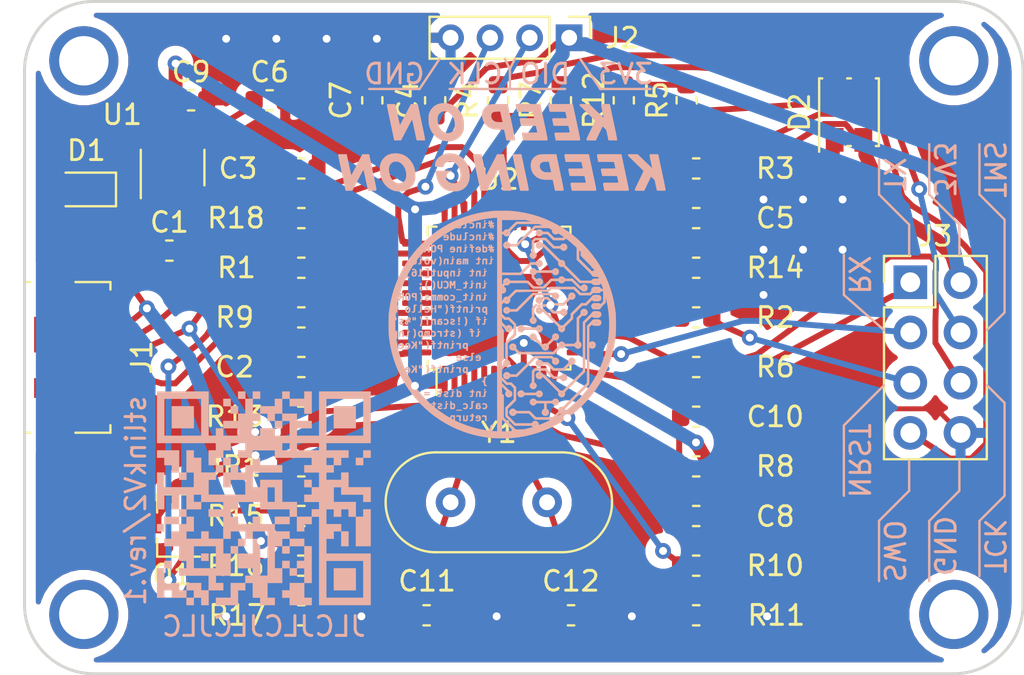
<source format=kicad_pcb>
(kicad_pcb (version 20171130) (host pcbnew "(5.1.6)-1")
  (layers (0 F.Cu signal) (31 B.Cu signal) (34 B.Paste user) (35 F.Paste user) (36 B.SilkS user) (37 F.SilkS user) (38 B.Mask user) (39 F.Mask user) (44 Edge.Cuts user))
  (net 0 "")
  (net 1 GND)
  (net 2 "Net-(C1-Pad1)")
  (net 3 +3V3)
  (net 4 "Net-(C6-Pad1)")
  (net 5 /NRST)
  (net 6 /OSC_IN)
  (net 7 /OSC_OUT)
  (net 8 +5V)
  (net 9 "Net-(D2-Pad3)")
  (net 10 "Net-(D2-Pad2)")
  (net 11 "Net-(J1-Pad4)")
  (net 12 /USB_DP)
  (net 13 /USB_DM)
  (net 14 /SWCLK)
  (net 15 /SWDIO)
  (net 16 "Net-(J3-Pad7)")
  (net 17 "Net-(J3-Pad6)")
  (net 18 "Net-(J3-Pad5)")
  (net 19 "Net-(J3-Pad4)")
  (net 20 /RX)
  (net 21 /TX)
  (net 22 "Net-(JP1-Pad2)")
  (net 23 "Net-(Q1-Pad2)")
  (net 24 "Net-(Q1-Pad1)")
  (net 25 /T_NRST)
  (net 26 /T_SWO)
  (net 27 /LED)
  (net 28 /T_JTMS)
  (net 29 /T_JTCK)
  (net 30 /BOOT0)
  (net 31 /WAKEUP)
  (net 32 /T_SWDIO_IN)
  (net 33 /PC13)
  (net 34 /BOOT1)
  (net 35 /USB_REN)
  (net 36 "Net-(U2-Pad46)")
  (net 37 "Net-(U2-Pad45)")
  (net 38 "Net-(U2-Pad43)")
  (net 39 "Net-(U2-Pad42)")
  (net 40 "Net-(U2-Pad41)")
  (net 41 "Net-(U2-Pad40)")
  (net 42 "Net-(U2-Pad39)")
  (net 43 "Net-(U2-Pad29)")
  (net 44 "Net-(U2-Pad28)")
  (net 45 "Net-(U2-Pad22)")
  (net 46 "Net-(U2-Pad21)")
  (net 47 "Net-(U2-Pad19)")
  (net 48 "Net-(U2-Pad17)")
  (net 49 "Net-(U2-Pad16)")
  (net 50 "Net-(U2-Pad14)")
  (net 51 "Net-(U2-Pad11)")
  (net 52 "Net-(U2-Pad4)")
  (net 53 "Net-(U2-Pad3)")
  (module custom_logos:keep_on (layer B.Cu) (at 74.168 115.824 180)
    (fp_text reference G*** hide)
    (fp_text value LOGO hide)
  )
  (module custom_logos:qr_stlink (layer B.Cu) (at 62.103 127.127 180)
    (fp_text reference G*** hide)
    (fp_text value github hide)
  )
  (module Crystal:Crystal_HC49-4H_Vertical (layer F.Cu) (at 71.55 127.33)
    (fp_text reference Y1 (at 2.44 -3.525) (layer F.SilkS))
    (fp_text value Crystal)
    (pad 2 thru_hole circle (at 4.88 0) (size 1.5 1.5) (drill 0.8) (layers *.Cu *.Mask) (net 7 /OSC_OUT))
    (pad 1 thru_hole circle (at 0 0) (size 1.5 1.5) (drill 0.8) (layers *.Cu *.Mask) (net 6 /OSC_IN))
  )
  (module Package_QFP:LQFP-48_7x7mm_P0.5mm (layer F.Cu) (at 74 117 90)
    (fp_text reference U2 (at 6 0 180) (layer F.SilkS))
    (fp_text value STM32F103CBTx hide)
    (pad 48 smd roundrect (at -2.75 -4.1625 90) (size 0.3 1.475) (layers F.Cu F.Paste F.Mask) (net 3 +3V3))
    (pad 47 smd roundrect (at -2.25 -4.1625 90) (size 0.3 1.475) (layers F.Cu F.Paste F.Mask) (net 1 GND))
    (pad 46 smd roundrect (at -1.75 -4.1625 90) (size 0.3 1.475) (layers F.Cu F.Paste F.Mask) (net 36 "Net-(U2-Pad46)"))
    (pad 45 smd roundrect (at -1.25 -4.1625 90) (size 0.3 1.475) (layers F.Cu F.Paste F.Mask) (net 37 "Net-(U2-Pad45)"))
    (pad 44 smd roundrect (at -0.75 -4.1625 90) (size 0.3 1.475) (layers F.Cu F.Paste F.Mask) (net 30 /BOOT0))
    (pad 43 smd roundrect (at -0.25 -4.1625 90) (size 0.3 1.475) (layers F.Cu F.Paste F.Mask) (net 38 "Net-(U2-Pad43)"))
    (pad 42 smd roundrect (at 0.25 -4.1625 90) (size 0.3 1.475) (layers F.Cu F.Paste F.Mask) (net 39 "Net-(U2-Pad42)"))
    (pad 41 smd roundrect (at 0.75 -4.1625 90) (size 0.3 1.475) (layers F.Cu F.Paste F.Mask) (net 40 "Net-(U2-Pad41)"))
    (pad 40 smd roundrect (at 1.25 -4.1625 90) (size 0.3 1.475) (layers F.Cu F.Paste F.Mask) (net 41 "Net-(U2-Pad40)"))
    (pad 39 smd roundrect (at 1.75 -4.1625 90) (size 0.3 1.475) (layers F.Cu F.Paste F.Mask) (net 42 "Net-(U2-Pad39)"))
    (pad 38 smd roundrect (at 2.25 -4.1625 90) (size 0.3 1.475) (layers F.Cu F.Paste F.Mask) (net 35 /USB_REN))
    (pad 37 smd roundrect (at 2.75 -4.1625 90) (size 0.3 1.475) (layers F.Cu F.Paste F.Mask) (net 14 /SWCLK))
    (pad 36 smd roundrect (at 4.1625 -2.75 90) (size 1.475 0.3) (layers F.Cu F.Paste F.Mask) (net 3 +3V3))
    (pad 35 smd roundrect (at 4.1625 -2.25 90) (size 1.475 0.3) (layers F.Cu F.Paste F.Mask) (net 1 GND))
    (pad 34 smd roundrect (at 4.1625 -1.75 90) (size 1.475 0.3) (layers F.Cu F.Paste F.Mask) (net 15 /SWDIO))
    (pad 33 smd roundrect (at 4.1625 -1.25 90) (size 1.475 0.3) (layers F.Cu F.Paste F.Mask) (net 12 /USB_DP))
    (pad 32 smd roundrect (at 4.1625 -0.75 90) (size 1.475 0.3) (layers F.Cu F.Paste F.Mask) (net 13 /USB_DM))
    (pad 31 smd roundrect (at 4.1625 -0.25 90) (size 1.475 0.3) (layers F.Cu F.Paste F.Mask) (net 26 /T_SWO))
    (pad 30 smd roundrect (at 4.1625 0.25 90) (size 1.475 0.3) (layers F.Cu F.Paste F.Mask) (net 27 /LED))
    (pad 29 smd roundrect (at 4.1625 0.75 90) (size 1.475 0.3) (layers F.Cu F.Paste F.Mask) (net 43 "Net-(U2-Pad29)"))
    (pad 28 smd roundrect (at 4.1625 1.25 90) (size 1.475 0.3) (layers F.Cu F.Paste F.Mask) (net 44 "Net-(U2-Pad28)"))
    (pad 27 smd roundrect (at 4.1625 1.75 90) (size 1.475 0.3) (layers F.Cu F.Paste F.Mask) (net 28 /T_JTMS))
    (pad 26 smd roundrect (at 4.1625 2.25 90) (size 1.475 0.3) (layers F.Cu F.Paste F.Mask) (net 29 /T_JTCK))
    (pad 25 smd roundrect (at 4.1625 2.75 90) (size 1.475 0.3) (layers F.Cu F.Paste F.Mask) (net 32 /T_SWDIO_IN))
    (pad 24 smd roundrect (at 2.75 4.1625 90) (size 0.3 1.475) (layers F.Cu F.Paste F.Mask) (net 3 +3V3))
    (pad 23 smd roundrect (at 2.25 4.1625 90) (size 0.3 1.475) (layers F.Cu F.Paste F.Mask) (net 1 GND))
    (pad 22 smd roundrect (at 1.75 4.1625 90) (size 0.3 1.475) (layers F.Cu F.Paste F.Mask) (net 45 "Net-(U2-Pad22)"))
    (pad 21 smd roundrect (at 1.25 4.1625 90) (size 0.3 1.475) (layers F.Cu F.Paste F.Mask) (net 46 "Net-(U2-Pad21)"))
    (pad 20 smd roundrect (at 0.75 4.1625 90) (size 0.3 1.475) (layers F.Cu F.Paste F.Mask) (net 34 /BOOT1))
    (pad 19 smd roundrect (at 0.25 4.1625 90) (size 0.3 1.475) (layers F.Cu F.Paste F.Mask) (net 47 "Net-(U2-Pad19)"))
    (pad 18 smd roundrect (at -0.25 4.1625 90) (size 0.3 1.475) (layers F.Cu F.Paste F.Mask) (net 25 /T_NRST))
    (pad 17 smd roundrect (at -0.75 4.1625 90) (size 0.3 1.475) (layers F.Cu F.Paste F.Mask) (net 48 "Net-(U2-Pad17)"))
    (pad 16 smd roundrect (at -1.25 4.1625 90) (size 0.3 1.475) (layers F.Cu F.Paste F.Mask) (net 49 "Net-(U2-Pad16)"))
    (pad 15 smd roundrect (at -1.75 4.1625 90) (size 0.3 1.475) (layers F.Cu F.Paste F.Mask) (net 29 /T_JTCK))
    (pad 14 smd roundrect (at -2.25 4.1625 90) (size 0.3 1.475) (layers F.Cu F.Paste F.Mask) (net 50 "Net-(U2-Pad14)"))
    (pad 13 smd roundrect (at -2.75 4.1625 90) (size 0.3 1.475) (layers F.Cu F.Paste F.Mask) (net 20 /RX))
    (pad 12 smd roundrect (at -4.1625 2.75 90) (size 1.475 0.3) (layers F.Cu F.Paste F.Mask) (net 21 /TX))
    (pad 11 smd roundrect (at -4.1625 2.25 90) (size 1.475 0.3) (layers F.Cu F.Paste F.Mask) (net 51 "Net-(U2-Pad11)"))
    (pad 10 smd roundrect (at -4.1625 1.75 90) (size 1.475 0.3) (layers F.Cu F.Paste F.Mask) (net 31 /WAKEUP))
    (pad 9 smd roundrect (at -4.1625 1.25 90) (size 1.475 0.3) (layers F.Cu F.Paste F.Mask) (net 3 +3V3))
    (pad 8 smd roundrect (at -4.1625 0.75 90) (size 1.475 0.3) (layers F.Cu F.Paste F.Mask) (net 1 GND))
    (pad 7 smd roundrect (at -4.1625 0.25 90) (size 1.475 0.3) (layers F.Cu F.Paste F.Mask) (net 5 /NRST))
    (pad 6 smd roundrect (at -4.1625 -0.25 90) (size 1.475 0.3) (layers F.Cu F.Paste F.Mask) (net 7 /OSC_OUT))
    (pad 5 smd roundrect (at -4.1625 -0.75 90) (size 1.475 0.3) (layers F.Cu F.Paste F.Mask) (net 6 /OSC_IN))
    (pad 4 smd roundrect (at -4.1625 -1.25 90) (size 1.475 0.3) (layers F.Cu F.Paste F.Mask) (net 52 "Net-(U2-Pad4)"))
    (pad 3 smd roundrect (at -4.1625 -1.75 90) (size 1.475 0.3) (layers F.Cu F.Paste F.Mask) (net 53 "Net-(U2-Pad3)"))
    (pad 2 smd roundrect (at -4.1625 -2.25 90) (size 1.475 0.3) (layers F.Cu F.Paste F.Mask) (net 33 /PC13))
    (pad 1 smd roundrect (at -4.1625 -2.75 90) (size 1.475 0.3) (layers F.Cu F.Paste F.Mask) (net 3 +3V3))
  )
  (module Package_TO_SOT_SMD:SOT-23-5 (layer F.Cu) (at 57.4903 110.4 90)
    (fp_text reference U1 (at 2.6786 -2.5501 180) (layer F.SilkS))
    (fp_text value LD3985M33R_SOT23 hide)
    (pad 1 smd rect (at -1.1 -0.95 90) (size 1.06 0.65) (layers F.Cu F.Paste F.Mask) (net 2 "Net-(C1-Pad1)"))
    (pad 2 smd rect (at -1.1 0 90) (size 1.06 0.65) (layers F.Cu F.Paste F.Mask) (net 1 GND))
    (pad 3 smd rect (at -1.1 0.95 90) (size 1.06 0.65) (layers F.Cu F.Paste F.Mask) (net 2 "Net-(C1-Pad1)"))
    (pad 4 smd rect (at 1.1 0.95 90) (size 1.06 0.65) (layers F.Cu F.Paste F.Mask) (net 4 "Net-(C6-Pad1)"))
    (pad 5 smd rect (at 1.1 -0.95 90) (size 1.06 0.65) (layers F.Cu F.Paste F.Mask) (net 3 +3V3))
  )
  (module Connector_USB:USB_Micro-B_Molex_47346-0001 (layer F.Cu) (at 52.635 120 270)
    (fp_text reference J1 (at 0 -3.3 270) (layer F.SilkS))
    (fp_text value USB_Micro hide)
    (pad 1 smd rect (at -1.3 -1.46 270) (size 0.45 1.38) (layers F.Cu F.Paste F.Mask) (net 8 +5V))
    (pad 2 smd rect (at -0.65 -1.46 270) (size 0.45 1.38) (layers F.Cu F.Paste F.Mask) (net 13 /USB_DM))
    (pad 3 smd rect (at 0 -1.46 270) (size 0.45 1.38) (layers F.Cu F.Paste F.Mask) (net 12 /USB_DP))
    (pad 4 smd rect (at 0.65 -1.46 270) (size 0.45 1.38) (layers F.Cu F.Paste F.Mask) (net 11 "Net-(J1-Pad4)"))
    (pad 5 smd rect (at 1.3 -1.46 270) (size 0.45 1.38) (layers F.Cu F.Paste F.Mask) (net 1 GND))
    (pad 6 smd rect (at -2.4875 -1.375 270) (size 1.425 1.55) (layers F.Cu F.Paste F.Mask) (net 1 GND))
    (pad 6 smd rect (at 2.4875 -1.375 270) (size 1.425 1.55) (layers F.Cu F.Paste F.Mask) (net 1 GND))
    (pad 6 smd rect (at -3.375 1.2 270) (size 1.65 1.3) (layers F.Cu F.Paste F.Mask) (net 1 GND))
    (pad 6 smd rect (at 3.375 1.2 270) (size 1.65 1.3) (layers F.Cu F.Paste F.Mask) (net 1 GND))
    (pad 6 smd rect (at -1.15 1.2 270) (size 1.8 1.9) (layers F.Cu F.Paste F.Mask) (net 1 GND))
    (pad 6 smd rect (at 1.55 1.2 270) (size 1 1.9) (layers F.Cu F.Paste F.Mask) (net 1 GND))
  )
  (module Resistor_SMD:R_0603_1608Metric (layer F.Cu) (at 83.9724 133.045 180)
    (fp_text reference R11 (at -4.053 0) (layer F.SilkS))
    (fp_text value 100k hide)
    (pad 2 smd roundrect (at 0.7875 0 180) (size 0.875 0.95) (layers F.Cu F.Paste F.Mask) (net 31 /WAKEUP))
    (pad 1 smd roundrect (at -0.7875 0 180) (size 0.875 0.95) (layers F.Cu F.Paste F.Mask) (net 1 GND))
  )
  (module Resistor_SMD:R_0603_1608Metric (layer F.Cu) (at 64 112.956)
    (fp_text reference R18 (at -3.3041 0) (layer F.SilkS))
    (fp_text value 22 hide)
    (pad 2 smd roundrect (at 0.7875 0) (size 0.875 0.95) (layers F.Cu F.Paste F.Mask) (net 35 /USB_REN))
    (pad 1 smd roundrect (at -0.7875 0) (size 0.875 0.95) (layers F.Cu F.Paste F.Mask) (net 24 "Net-(Q1-Pad1)"))
  )
  (module Resistor_SMD:R_0603_1608Metric (layer F.Cu) (at 64 133.045 180)
    (fp_text reference R17 (at 3.2406 0) (layer F.SilkS))
    (fp_text value 36k hide)
    (pad 2 smd roundrect (at 0.7875 0 180) (size 0.875 0.95) (layers F.Cu F.Paste F.Mask) (net 24 "Net-(Q1-Pad1)"))
    (pad 1 smd roundrect (at -0.7875 0 180) (size 0.875 0.95) (layers F.Cu F.Paste F.Mask) (net 1 GND))
  )
  (module Resistor_SMD:R_0603_1608Metric (layer F.Cu) (at 64 130.535)
    (fp_text reference R16 (at -3.3168 0) (layer F.SilkS))
    (fp_text value 10k hide)
    (pad 2 smd roundrect (at 0.7875 0) (size 0.875 0.95) (layers F.Cu F.Paste F.Mask) (net 8 +5V))
    (pad 1 smd roundrect (at -0.7875 0) (size 0.875 0.95) (layers F.Cu F.Paste F.Mask) (net 24 "Net-(Q1-Pad1)"))
  )
  (module Resistor_SMD:R_0603_1608Metric (layer F.Cu) (at 64 128.023)
    (fp_text reference R15 (at -3.3168 0) (layer F.SilkS))
    (fp_text value 1k5 hide)
    (pad 2 smd roundrect (at 0.7875 0) (size 0.875 0.95) (layers F.Cu F.Paste F.Mask) (net 22 "Net-(JP1-Pad2)"))
    (pad 1 smd roundrect (at -0.7875 0) (size 0.875 0.95) (layers F.Cu F.Paste F.Mask) (net 23 "Net-(Q1-Pad2)"))
  )
  (module Resistor_SMD:R_0603_1608Metric (layer F.Cu) (at 83.9724 115.467 180)
    (fp_text reference R14 (at -4 0) (layer F.SilkS))
    (fp_text value 100k hide)
    (pad 2 smd roundrect (at 0.7875 0 180) (size 0.875 0.95) (layers F.Cu F.Paste F.Mask) (net 34 /BOOT1))
    (pad 1 smd roundrect (at -0.7875 0 180) (size 0.875 0.95) (layers F.Cu F.Paste F.Mask) (net 1 GND))
  )
  (module Resistor_SMD:R_0603_1608Metric (layer F.Cu) (at 64 123.001)
    (fp_text reference R13 (at -3.3802 0) (layer F.SilkS))
    (fp_text value 10k hide)
    (pad 2 smd roundrect (at 0.7875 0) (size 0.875 0.95) (layers F.Cu F.Paste F.Mask) (net 33 /PC13))
    (pad 1 smd roundrect (at -0.7875 0) (size 0.875 0.95) (layers F.Cu F.Paste F.Mask) (net 1 GND))
  )
  (module Resistor_SMD:R_0603_1608Metric (layer F.Cu) (at 80.3097 107 270)
    (fp_text reference R12 (at 0 1.50972 90) (layer F.SilkS))
    (fp_text value 100 hide)
    (pad 2 smd roundrect (at 0.7875 0 270) (size 0.875 0.95) (layers F.Cu F.Paste F.Mask) (net 32 /T_SWDIO_IN))
    (pad 1 smd roundrect (at -0.7875 0 270) (size 0.875 0.95) (layers F.Cu F.Paste F.Mask) (net 28 /T_JTMS))
  )
  (module Resistor_SMD:R_0603_1608Metric (layer F.Cu) (at 83.9724 130.535)
    (fp_text reference R10 (at 4.0022 0) (layer F.SilkS))
    (fp_text value 100k hide)
    (pad 2 smd roundrect (at 0.7875 0) (size 0.875 0.95) (layers F.Cu F.Paste F.Mask) (net 3 +3V3))
    (pad 1 smd roundrect (at -0.7875 0) (size 0.875 0.95) (layers F.Cu F.Paste F.Mask) (net 31 /WAKEUP))
  )
  (module Resistor_SMD:R_0603_1608Metric (layer F.Cu) (at 64 117.978)
    (fp_text reference R9 (at -3.3723 0) (layer F.SilkS))
    (fp_text value 100k hide)
    (pad 2 smd roundrect (at 0.7875 0) (size 0.875 0.95) (layers F.Cu F.Paste F.Mask) (net 30 /BOOT0))
    (pad 1 smd roundrect (at -0.7875 0) (size 0.875 0.95) (layers F.Cu F.Paste F.Mask) (net 1 GND))
  )
  (module Resistor_SMD:R_0603_1608Metric (layer F.Cu) (at 83.9724 125.512)
    (fp_text reference R8 (at 4 0 180) (layer F.SilkS))
    (fp_text value 100k hide)
    (pad 2 smd roundrect (at 0.7875 0) (size 0.875 0.95) (layers F.Cu F.Paste F.Mask) (net 3 +3V3))
    (pad 1 smd roundrect (at -0.7875 0) (size 0.875 0.95) (layers F.Cu F.Paste F.Mask) (net 5 /NRST))
  )
  (module Resistor_SMD:R_0603_1608Metric (layer F.Cu) (at 77.1296 107 90)
    (fp_text reference R7 (at 0 -1.52964 90) (layer F.SilkS))
    (fp_text value 100 hide)
    (pad 2 smd roundrect (at 0.7875 0 90) (size 0.875 0.95) (layers F.Cu F.Paste F.Mask) (net 10 "Net-(D2-Pad2)"))
    (pad 1 smd roundrect (at -0.7875 0 90) (size 0.875 0.95) (layers F.Cu F.Paste F.Mask) (net 27 /LED))
  )
  (module Resistor_SMD:R_0603_1608Metric (layer F.Cu) (at 83.9724 120.489 180)
    (fp_text reference R6 (at -4 0) (layer F.SilkS))
    (fp_text value 22 hide)
    (pad 2 smd roundrect (at 0.7875 0 180) (size 0.875 0.95) (layers F.Cu F.Paste F.Mask) (net 29 /T_JTCK))
    (pad 1 smd roundrect (at -0.7875 0 180) (size 0.875 0.95) (layers F.Cu F.Paste F.Mask) (net 17 "Net-(J3-Pad6)"))
  )
  (module Resistor_SMD:R_0603_1608Metric (layer F.Cu) (at 83.4898 107 90)
    (fp_text reference R5 (at 0 -1.4898 90) (layer F.SilkS))
    (fp_text value 22 hide)
    (pad 2 smd roundrect (at 0.7875 0 90) (size 0.875 0.95) (layers F.Cu F.Paste F.Mask) (net 28 /T_JTMS))
    (pad 1 smd roundrect (at -0.7875 0 90) (size 0.875 0.95) (layers F.Cu F.Paste F.Mask) (net 19 "Net-(J3-Pad4)"))
  )
  (module Resistor_SMD:R_0603_1608Metric (layer F.Cu) (at 73.9496 107 270)
    (fp_text reference R4 (at 0 1.54956 90) (layer F.SilkS))
    (fp_text value 100 hide)
    (pad 2 smd roundrect (at 0.7875 0 270) (size 0.875 0.95) (layers F.Cu F.Paste F.Mask) (net 27 /LED))
    (pad 1 smd roundrect (at -0.7875 0 270) (size 0.875 0.95) (layers F.Cu F.Paste F.Mask) (net 9 "Net-(D2-Pad3)"))
  )
  (module Resistor_SMD:R_0603_1608Metric (layer F.Cu) (at 83.9724 110.445 180)
    (fp_text reference R3 (at -4 0) (layer F.SilkS))
    (fp_text value 22 hide)
    (pad 2 smd roundrect (at 0.7875 0 180) (size 0.875 0.95) (layers F.Cu F.Paste F.Mask) (net 26 /T_SWO))
    (pad 1 smd roundrect (at -0.7875 0 180) (size 0.875 0.95) (layers F.Cu F.Paste F.Mask) (net 16 "Net-(J3-Pad7)"))
  )
  (module Resistor_SMD:R_0603_1608Metric (layer F.Cu) (at 83.9724 117.978 180)
    (fp_text reference R2 (at -4 0) (layer F.SilkS))
    (fp_text value 22 hide)
    (pad 2 smd roundrect (at 0.7875 0 180) (size 0.875 0.95) (layers F.Cu F.Paste F.Mask) (net 25 /T_NRST))
    (pad 1 smd roundrect (at -0.7875 0 180) (size 0.875 0.95) (layers F.Cu F.Paste F.Mask) (net 18 "Net-(J3-Pad5)"))
  )
  (module Resistor_SMD:R_0603_1608Metric (layer F.Cu) (at 64 115.467)
    (fp_text reference R1 (at -3.2787 0) (layer F.SilkS))
    (fp_text value 100k hide)
    (pad 2 smd roundrect (at 0.7875 0) (size 0.875 0.95) (layers F.Cu F.Paste F.Mask) (net 1 GND))
    (pad 1 smd roundrect (at -0.7875 0) (size 0.875 0.95) (layers F.Cu F.Paste F.Mask) (net 11 "Net-(J1-Pad4)"))
  )
  (module Package_TO_SOT_SMD:SOT-23 (layer F.Cu) (at 57.4675 128.499 180)
    (fp_text reference Q1 (at 0 -2.5) (layer F.SilkS))
    (fp_text value 9013 hide)
    (pad 3 smd rect (at 1 0 180) (size 0.9 0.8) (layers F.Cu F.Paste F.Mask) (net 3 +3V3))
    (pad 2 smd rect (at -1 0.95 180) (size 0.9 0.8) (layers F.Cu F.Paste F.Mask) (net 23 "Net-(Q1-Pad2)"))
    (pad 1 smd rect (at -1 -0.95 180) (size 0.9 0.8) (layers F.Cu F.Paste F.Mask) (net 24 "Net-(Q1-Pad1)"))
  )
  (module Resistor_SMD:R_0603_1608Metric (layer F.Cu) (at 64 125.512)
    (fp_text reference JP1 (at -3.393 0) (layer F.SilkS))
    (fp_text value SolderJumper_2_Open hide)
    (pad 2 smd roundrect (at 0.7875 0) (size 0.875 0.95) (layers F.Cu F.Paste F.Mask) (net 22 "Net-(JP1-Pad2)"))
    (pad 1 smd roundrect (at -0.7875 0) (size 0.875 0.95) (layers F.Cu F.Paste F.Mask) (net 12 /USB_DP))
  )
  (module Connector_PinHeader_2.54mm:PinHeader_2x04_P2.54mm_Vertical (layer F.Cu) (at 94.8 116.2)
    (fp_text reference J3 (at 1.27 -2.33) (layer F.SilkS))
    (fp_text value DEBUG hide)
    (pad 1 thru_hole rect (at 0 0) (size 1.7 1.7) (drill 1) (layers *.Cu *.Mask) (net 21 /TX))
    (pad 2 thru_hole oval (at 2.54 0) (size 1.7 1.7) (drill 1) (layers *.Cu *.Mask) (net 3 +3V3))
    (pad 3 thru_hole oval (at 0 2.54) (size 1.7 1.7) (drill 1) (layers *.Cu *.Mask) (net 20 /RX))
    (pad 4 thru_hole oval (at 2.54 2.54) (size 1.7 1.7) (drill 1) (layers *.Cu *.Mask) (net 19 "Net-(J3-Pad4)"))
    (pad 5 thru_hole oval (at 0 5.08) (size 1.7 1.7) (drill 1) (layers *.Cu *.Mask) (net 18 "Net-(J3-Pad5)"))
    (pad 6 thru_hole oval (at 2.54 5.08) (size 1.7 1.7) (drill 1) (layers *.Cu *.Mask) (net 17 "Net-(J3-Pad6)"))
    (pad 7 thru_hole oval (at 0 7.62) (size 1.7 1.7) (drill 1) (layers *.Cu *.Mask) (net 16 "Net-(J3-Pad7)"))
    (pad 8 thru_hole oval (at 2.54 7.62) (size 1.7 1.7) (drill 1) (layers *.Cu *.Mask) (net 1 GND))
  )
  (module Connector_PinHeader_2.00mm:PinHeader_1x04_P2.00mm_Vertical (layer F.Cu) (at 77.5462 103.835 270)
    (fp_text reference J2 (at 0.0127 -2.6797) (layer F.SilkS))
    (fp_text value MCU_FLASHING hide)
    (pad 4 thru_hole oval (at 0 6 270) (size 1.35 1.35) (drill 0.8) (layers *.Cu *.Mask) (net 1 GND))
    (pad 3 thru_hole oval (at 0 4 270) (size 1.35 1.35) (drill 0.8) (layers *.Cu *.Mask) (net 14 /SWCLK))
    (pad 2 thru_hole oval (at 0 2 270) (size 1.35 1.35) (drill 0.8) (layers *.Cu *.Mask) (net 15 /SWDIO))
    (pad 1 thru_hole rect (at 0 0 270) (size 1.35 1.35) (drill 0.8) (layers *.Cu *.Mask) (net 3 +3V3))
  )
  (module LED_SMD:LED_Kingbright_AAA3528ESGCT (layer F.Cu) (at 91.7 107.6 90)
    (fp_text reference D2 (at 0 -2.5 90) (layer F.SilkS))
    (fp_text value AAA3528 hide)
    (pad 1 smd rect (at -1.4 -0.725 90) (size 1.2 0.9) (layers F.Cu F.Paste F.Mask) (net 1 GND))
    (pad 3 smd rect (at 1.4 0.725 90) (size 1.2 0.9) (layers F.Cu F.Paste F.Mask) (net 9 "Net-(D2-Pad3)"))
    (pad 4 smd rect (at -1.4 0.725 90) (size 1.2 0.9) (layers F.Cu F.Paste F.Mask) (net 3 +3V3))
    (pad 2 smd rect (at 1.4 -0.725 90) (size 1.2 0.9) (layers F.Cu F.Paste F.Mask) (net 10 "Net-(D2-Pad2)"))
  )
  (module Diode_SMD:D_SOD-323 (layer F.Cu) (at 53.1266 111.506 180)
    (fp_text reference D1 (at 0 1.9685) (layer F.SilkS))
    (fp_text value BAT60A hide)
    (pad 2 smd rect (at 1.05 0 180) (size 0.6 0.45) (layers F.Cu F.Paste F.Mask) (net 8 +5V))
    (pad 1 smd rect (at -1.05 0 180) (size 0.6 0.45) (layers F.Cu F.Paste F.Mask) (net 2 "Net-(C1-Pad1)"))
  )
  (module Capacitor_SMD:C_0603_1608Metric (layer F.Cu) (at 77.6425 133.045 180)
    (fp_text reference C12 (at 0.0126 1.727) (layer F.SilkS))
    (fp_text value 22pF hide)
    (pad 2 smd roundrect (at 0.7875 0 180) (size 0.875 0.95) (layers F.Cu F.Paste F.Mask) (net 1 GND))
    (pad 1 smd roundrect (at -0.7875 0 180) (size 0.875 0.95) (layers F.Cu F.Paste F.Mask) (net 7 /OSC_OUT))
  )
  (module Capacitor_SMD:C_0603_1608Metric (layer F.Cu) (at 70.3375 133.045)
    (fp_text reference C11 (at 0.0205 -1.727) (layer F.SilkS))
    (fp_text value 22pF hide)
    (pad 2 smd roundrect (at 0.7875 0) (size 0.875 0.95) (layers F.Cu F.Paste F.Mask) (net 1 GND))
    (pad 1 smd roundrect (at -0.7875 0) (size 0.875 0.95) (layers F.Cu F.Paste F.Mask) (net 6 /OSC_IN))
  )
  (module Capacitor_SMD:C_0603_1608Metric (layer F.Cu) (at 83.9724 123.001)
    (fp_text reference C10 (at 4 0) (layer F.SilkS))
    (fp_text value 100nF hide)
    (pad 2 smd roundrect (at 0.7875 0) (size 0.875 0.95) (layers F.Cu F.Paste F.Mask) (net 1 GND))
    (pad 1 smd roundrect (at -0.7875 0) (size 0.875 0.95) (layers F.Cu F.Paste F.Mask) (net 5 /NRST))
  )
  (module Capacitor_SMD:C_0603_1608Metric (layer F.Cu) (at 58.4278 107)
    (fp_text reference C9 (at 0 -1.43) (layer F.SilkS))
    (fp_text value 100nF hide)
    (pad 2 smd roundrect (at 0.7875 0) (size 0.875 0.95) (layers F.Cu F.Paste F.Mask) (net 1 GND))
    (pad 1 smd roundrect (at -0.7875 0) (size 0.875 0.95) (layers F.Cu F.Paste F.Mask) (net 3 +3V3))
  )
  (module Capacitor_SMD:C_0603_1608Metric (layer F.Cu) (at 83.9724 128.023 180)
    (fp_text reference C8 (at -4 -0.0254) (layer F.SilkS))
    (fp_text value 100nF hide)
    (pad 2 smd roundrect (at 0.7875 0 180) (size 0.875 0.95) (layers F.Cu F.Paste F.Mask) (net 1 GND))
    (pad 1 smd roundrect (at -0.7875 0 180) (size 0.875 0.95) (layers F.Cu F.Paste F.Mask) (net 3 +3V3))
  )
  (module Capacitor_SMD:C_0603_1608Metric (layer F.Cu) (at 67.5894 107 90)
    (fp_text reference C7 (at 0 -1.5894 90) (layer F.SilkS))
    (fp_text value 1uF hide)
    (pad 2 smd roundrect (at 0.7875 0 90) (size 0.875 0.95) (layers F.Cu F.Paste F.Mask) (net 1 GND))
    (pad 1 smd roundrect (at -0.7875 0 90) (size 0.875 0.95) (layers F.Cu F.Paste F.Mask) (net 3 +3V3))
  )
  (module Capacitor_SMD:C_0603_1608Metric (layer F.Cu) (at 62.4 107)
    (fp_text reference C6 (at 0 -1.43) (layer F.SilkS))
    (fp_text value 10nF hide)
    (pad 2 smd roundrect (at 0.7875 0) (size 0.875 0.95) (layers F.Cu F.Paste F.Mask) (net 1 GND))
    (pad 1 smd roundrect (at -0.7875 0) (size 0.875 0.95) (layers F.Cu F.Paste F.Mask) (net 4 "Net-(C6-Pad1)"))
  )
  (module Capacitor_SMD:C_0603_1608Metric (layer F.Cu) (at 83.9724 112.956)
    (fp_text reference C5 (at 4 0) (layer F.SilkS))
    (fp_text value 100nF hide)
    (pad 2 smd roundrect (at 0.7875 0) (size 0.875 0.95) (layers F.Cu F.Paste F.Mask) (net 1 GND))
    (pad 1 smd roundrect (at -0.7875 0) (size 0.875 0.95) (layers F.Cu F.Paste F.Mask) (net 3 +3V3))
  )
  (module Capacitor_SMD:C_0603_1608Metric (layer F.Cu) (at 70.7695 107 90)
    (fp_text reference C4 (at 0.0025 -1.3843 270) (layer F.SilkS))
    (fp_text value 100nF hide)
    (pad 2 smd roundrect (at 0.7875 0 90) (size 0.875 0.95) (layers F.Cu F.Paste F.Mask) (net 1 GND))
    (pad 1 smd roundrect (at -0.7875 0 90) (size 0.875 0.95) (layers F.Cu F.Paste F.Mask) (net 3 +3V3))
  )
  (module Capacitor_SMD:C_0603_1608Metric (layer F.Cu) (at 64 110.445)
    (fp_text reference C3 (at -3.2026 0) (layer F.SilkS))
    (fp_text value 100nF hide)
    (pad 2 smd roundrect (at 0.7875 0) (size 0.875 0.95) (layers F.Cu F.Paste F.Mask) (net 1 GND))
    (pad 1 smd roundrect (at -0.7875 0) (size 0.875 0.95) (layers F.Cu F.Paste F.Mask) (net 2 "Net-(C1-Pad1)"))
  )
  (module Capacitor_SMD:C_0603_1608Metric (layer F.Cu) (at 64 120.489 180)
    (fp_text reference C2 (at 3.3723 0) (layer F.SilkS))
    (fp_text value 100nF hide)
    (pad 2 smd roundrect (at 0.7875 0 180) (size 0.875 0.95) (layers F.Cu F.Paste F.Mask) (net 1 GND))
    (pad 1 smd roundrect (at -0.7875 0 180) (size 0.875 0.95) (layers F.Cu F.Paste F.Mask) (net 3 +3V3))
  )
  (module Capacitor_SMD:C_0603_1608Metric (layer F.Cu) (at 57.3278 114.6)
    (fp_text reference C1 (at 0 -1.43) (layer F.SilkS))
    (fp_text value 1uF hide)
    (pad 2 smd roundrect (at 0.7875 0) (size 0.875 0.95) (layers F.Cu F.Paste F.Mask) (net 1 GND))
    (pad 1 smd roundrect (at -0.7875 0) (size 0.875 0.95) (layers F.Cu F.Paste F.Mask) (net 2 "Net-(C1-Pad1)"))
  )
  (gr_text stlinkV2/rev.1 (at 55.626 127.254 90) (layer B.SilkS) (effects (font (size 1 1)) (justify mirror)))
  (gr_line (start 98.679 118.618) (end 99.568 117.729) (layer B.SilkS) (width 0.12))
  (gr_line (start 99.568 113.03) (end 99.568 117.729) (layer B.SilkS) (width 0.12))
  (gr_line (start 98.298 111.76) (end 99.568 113.03) (layer B.SilkS) (width 0.12))
  (gr_line (start 98.298 109.22) (end 98.298 111.76) (layer B.SilkS) (width 0.12))
  (gr_line (start 95.758 111.76) (end 95.758 109.22) (layer B.SilkS) (width 0.12))
  (gr_line (start 97.282 113.284) (end 95.758 111.76) (layer B.SilkS) (width 0.12))
  (gr_line (start 97.282 114.808) (end 97.282 113.284) (layer B.SilkS) (width 0.12))
  (gr_line (start 93.218 111.76) (end 93.218 109.982) (layer B.SilkS) (width 0.12))
  (gr_line (start 94.742 114.808) (end 94.742 113.284) (layer B.SilkS) (width 0.12))
  (gr_line (start 93.218 111.76) (end 94.742 113.284) (layer B.SilkS) (width 0.12))
  (gr_line (start 99.568 122.301) (end 99.568 127) (layer B.SilkS) (width 0.12))
  (gr_line (start 98.679 121.412) (end 99.568 122.301) (layer B.SilkS) (width 0.12))
  (gr_line (start 98.298 128.27) (end 99.568 127) (layer B.SilkS) (width 0.12))
  (gr_line (start 98.298 131.064) (end 98.298 128.27) (layer B.SilkS) (width 0.12))
  (gr_text TCK (at 99.06 129.54 270) (layer B.SilkS) (effects (font (size 1 1)) (justify mirror)))
  (gr_line (start 91.44 116.84) (end 91.44 114.808) (layer B.SilkS) (width 0.12))
  (gr_line (start 93.472 118.618) (end 91.44 116.84) (layer B.SilkS) (width 0.12))
  (gr_line (start 95.758 128.27) (end 95.758 131.318) (layer B.SilkS) (width 0.12))
  (gr_line (start 97.282 126.746) (end 95.758 128.27) (layer B.SilkS) (width 0.12))
  (gr_line (start 97.282 125.222) (end 97.282 126.746) (layer B.SilkS) (width 0.12))
  (gr_line (start 94.742 126.746) (end 93.218 128.27) (layer B.SilkS) (width 0.12))
  (gr_text JLCJLCJLCJLC (at 62.103 133.604) (layer B.SilkS) (effects (font (size 1 1)) (justify mirror)))
  (gr_line (start 78.105 104.902) (end 79.121 106.426) (layer B.SilkS) (width 0.12))
  (gr_line (start 69.977 106.426) (end 70.993 104.902) (layer B.SilkS) (width 0.12))
  (gr_line (start 74.168 106.426) (end 77.343 106.426) (layer B.SilkS) (width 0.12))
  (gr_line (start 74.549 106.426) (end 71.501 106.426) (layer B.SilkS) (width 0.12))
  (gr_line (start 74.803 104.902) (end 74.549 105.41) (layer B.SilkS) (width 0.12))
  (gr_line (start 74.549 105.41) (end 74.295 104.902) (layer B.SilkS) (width 0.12))
  (gr_text CLK (at 72.771 105.664) (layer B.SilkS) (effects (font (size 1 1)) (justify mirror)))
  (gr_text DIO (at 76.327 105.664) (layer B.SilkS) (effects (font (size 1 1)) (justify mirror)))
  (gr_text 3V3 (at 80.391 105.664) (layer B.SilkS) (effects (font (size 1 1)) (justify mirror)))
  (gr_text GND (at 68.707 105.664) (layer B.SilkS) (effects (font (size 1 1)) (justify mirror)))
  (gr_text RX (at 92.202 115.824 270) (layer B.SilkS) (effects (font (size 1 1)) (justify mirror)))
  (gr_text 3V3 (at 96.52 110.49 270) (layer B.SilkS) (effects (font (size 1 1)) (justify mirror)))
  (gr_text TX (at 93.98 110.744 270) (layer B.SilkS) (effects (font (size 1 1)) (justify mirror)))
  (gr_text TMS (at 99.06 110.49 270) (layer B.SilkS) (effects (font (size 1 1)) (justify mirror)))
  (gr_line (start 93.218 131.318) (end 93.218 128.27) (layer B.SilkS) (width 0.12))
  (gr_text SWO (at 93.98 129.794 270) (layer B.SilkS) (effects (font (size 1 1)) (justify mirror)))
  (gr_text GND (at 96.52 129.54 270) (layer B.SilkS) (effects (font (size 1 1)) (justify mirror)))
  (gr_line (start 94.742 125.222) (end 94.742 126.746) (layer B.SilkS) (width 0.12))
  (gr_text NRST (at 92.202 125.222 270) (layer B.SilkS) (effects (font (size 1 1)) (justify mirror)))
  (gr_line (start 91.44 123.444) (end 91.44 127) (layer B.SilkS) (width 0.12))
  (gr_line (start 93.472 121.412) (end 91.44 123.444) (layer B.SilkS) (width 0.12))
  (gr_line (start 74.549 105.41) (end 74.549 106.426) (layer B.SilkS) (width 0.12))
  (gr_line (start 69.977 106.426) (end 67.437 106.426) (layer B.SilkS) (width 0.12))
  (gr_line (start 79.121 106.426) (end 81.661 106.426) (layer B.SilkS) (width 0.12))
  (gr_arc (start 53.5 132.5) (end 50 132.5) (angle -90) (layer Edge.Cuts) (width 0.15))
  (gr_line (start 100.5 105.5) (end 100.5 132.5) (layer Edge.Cuts) (width 0.15))
  (gr_line (start 50 105.5) (end 50 132.5) (layer Edge.Cuts) (width 0.15))
  (gr_arc (start 53.5 105.5) (end 53.5 102) (angle -90) (layer Edge.Cuts) (width 0.15))
  (gr_arc (start 97 105.5) (end 100.5 105.5) (angle -90) (layer Edge.Cuts) (width 0.15))
  (gr_arc (start 97 132.5) (end 97 136) (angle -90) (layer Edge.Cuts) (width 0.15))
  (gr_line (start 97 136) (end 53.5 136) (layer Edge.Cuts) (width 0.15))
  (gr_line (start 53.5 102) (end 97 102) (layer Edge.Cuts) (width 0.15))
  (via (at 53 133) (size 3.5) (drill 2.5) (layers F.Cu B.Cu) (net 0))
  (via (at 53 105) (size 3.5) (drill 2.5) (layers F.Cu B.Cu) (net 0))
  (via (at 97 133) (size 3.5) (drill 2.5) (layers F.Cu B.Cu) (net 0))
  (via (at 97 105) (size 3.5) (drill 2.5) (layers F.Cu B.Cu) (net 0))
  (segment (start 69.82501 119.22501) (end 67.82501 119.22501) (width 0.25) (layer F.Cu) (net 1))
  (segment (start 69.8375 119.25) (end 69.8375 119.2375) (width 0.25) (layer F.Cu) (net 1))
  (segment (start 69.8375 119.2375) (end 69.82501 119.22501) (width 0.25) (layer F.Cu) (net 1))
  (segment (start 74.75 120.359298) (end 74.75 121.1625) (width 0.25) (layer F.Cu) (net 1))
  (segment (start 73.640702 119.25) (end 74.75 120.359298) (width 0.25) (layer F.Cu) (net 1))
  (segment (start 71.75 112.95) (end 71.75 119.25) (width 0.25) (layer F.Cu) (net 1))
  (segment (start 71.75 112.8375) (end 71.75 112.95) (width 0.25) (layer F.Cu) (net 1))
  (segment (start 69.8375 119.25) (end 71.75 119.25) (width 0.25) (layer F.Cu) (net 1))
  (segment (start 71.75 119.25) (end 73.640702 119.25) (width 0.25) (layer F.Cu) (net 1))
  (segment (start 78.13751 114.77499) (end 78.1625 114.75) (width 0.25) (layer F.Cu) (net 1))
  (segment (start 77.334308 114.77499) (end 78.13751 114.77499) (width 0.25) (layer F.Cu) (net 1))
  (segment (start 73.640702 119.25) (end 73.640702 118.468596) (width 0.25) (layer F.Cu) (net 1))
  (segment (start 73.640702 118.468596) (end 77.334308 114.77499) (width 0.25) (layer F.Cu) (net 1))
  (segment (start 78.1625 114.75) (end 78.1625 114.7625) (width 0.25) (layer F.Cu) (net 1))
  (segment (start 78.1625 114.7625) (end 78.17499 114.77499) (width 0.25) (layer F.Cu) (net 1))
  (segment (start 78.37499 114.77499) (end 79.77499 114.77499) (width 0.25) (layer F.Cu) (net 1))
  (segment (start 78.1625 114.75) (end 78.35 114.75) (width 0.25) (layer F.Cu) (net 1))
  (segment (start 78.35 114.75) (end 78.37499 114.77499) (width 0.25) (layer F.Cu) (net 1))
  (segment (start 97.34 123.82) (end 96.12 122.6) (width 0.25) (layer F.Cu) (net 1))
  (segment (start 96.12 122.6) (end 93.4 122.6) (width 0.25) (layer F.Cu) (net 1))
  (via (at 60.198 103.886) (size 0.8) (drill 0.4) (layers F.Cu B.Cu) (net 1))
  (segment (start 57.4903 113.975) (end 58.1153 114.6) (width 0.4) (layer F.Cu) (net 1))
  (segment (start 57.4903 111.5) (end 57.4903 113.975) (width 0.4) (layer F.Cu) (net 1))
  (segment (start 59.165298 107) (end 59.2153 107) (width 0.4) (layer F.Cu) (net 1))
  (segment (start 57.4903 108.674998) (end 59.165298 107) (width 0.4) (layer F.Cu) (net 1))
  (segment (start 57.4903 111.5) (end 57.4903 108.674998) (width 0.4) (layer F.Cu) (net 1))
  (via (at 62.738 103.886) (size 0.8) (drill 0.4) (layers F.Cu B.Cu) (net 1))
  (via (at 65.278 103.886) (size 0.8) (drill 0.4) (layers F.Cu B.Cu) (net 1))
  (via (at 67.818 103.886) (size 0.8) (drill 0.4) (layers F.Cu B.Cu) (net 1))
  (via (at 60.198 133.096) (size 0.8) (drill 0.4) (layers F.Cu B.Cu) (net 1))
  (via (at 67.038 133.096) (size 0.8) (drill 0.4) (layers F.Cu B.Cu) (net 1))
  (via (at 73.878 133.096) (size 0.8) (drill 0.4) (layers F.Cu B.Cu) (net 1))
  (via (at 80.718 133.096) (size 0.8) (drill 0.4) (layers F.Cu B.Cu) (net 1))
  (via (at 87.558 133.096) (size 0.8) (drill 0.4) (layers F.Cu B.Cu) (net 1))
  (via (at 87.376 112.014) (size 0.8) (drill 0.4) (layers F.Cu B.Cu) (net 1))
  (via (at 89.376 112.014) (size 0.8) (drill 0.4) (layers F.Cu B.Cu) (net 1))
  (via (at 91.376 112.014) (size 0.8) (drill 0.4) (layers F.Cu B.Cu) (net 1))
  (via (at 87.376 114.554) (size 0.8) (drill 0.4) (layers F.Cu B.Cu) (net 1))
  (via (at 89.376 114.554) (size 0.8) (drill 0.4) (layers F.Cu B.Cu) (net 1))
  (via (at 91.376 114.554) (size 0.8) (drill 0.4) (layers F.Cu B.Cu) (net 1))
  (via (at 87.376 116.84) (size 0.8) (drill 0.4) (layers F.Cu B.Cu) (net 1))
  (segment (start 58.8274 111.88) (end 59.0423 112.1259) (width 0.3) (layer F.Cu) (net 2))
  (segment (start 58.8274 111.88) (end 59.1441 111.8003) (width 0.3) (layer F.Cu) (net 2))
  (segment (start 63.2125 110.445) (end 62.7824 110.7579) (width 0.7) (layer F.Cu) (net 2))
  (segment (start 62.7824 110.7579) (end 62.7797 110.7579) (width 0.7) (layer F.Cu) (net 2))
  (segment (start 62.7797 110.7579) (end 62.1438 110.7743) (width 0.7) (layer F.Cu) (net 2))
  (segment (start 62.1438 110.7743) (end 59.1929 111.9943) (width 0.7) (layer F.Cu) (net 2))
  (segment (start 56.5403 114.6) (end 56.5403 114.1242) (width 0.3) (layer F.Cu) (net 2))
  (segment (start 56.5403 114.1242) (end 56.5403 112.03) (width 0.3) (layer F.Cu) (net 2))
  (segment (start 56.5403 112.03) (end 56.5403 111.88) (width 0.3) (layer F.Cu) (net 2))
  (segment (start 56.5403 111.88) (end 56.5403 111.5) (width 0.3) (layer F.Cu) (net 2))
  (segment (start 59.1929 111.9943) (end 58.8274 111.88) (width 0.3) (layer F.Cu) (net 2))
  (segment (start 58.8274 111.88) (end 58.7653 111.88) (width 0.3) (layer F.Cu) (net 2))
  (segment (start 58.7653 111.88) (end 58.6153 111.88) (width 0.3) (layer F.Cu) (net 2))
  (segment (start 58.6153 111.88) (end 58.4403 111.5) (width 0.3) (layer F.Cu) (net 2))
  (segment (start 56.5403 114.6) (end 56.8515 115.0545) (width 0.7) (layer F.Cu) (net 2))
  (segment (start 56.8515 115.0545) (end 56.8614 115.0643) (width 0.7) (layer F.Cu) (net 2))
  (segment (start 56.8614 115.0643) (end 57.6108 115.4714) (width 0.7) (layer F.Cu) (net 2))
  (segment (start 57.6108 115.4714) (end 57.6454 115.4876) (width 0.7) (layer F.Cu) (net 2))
  (segment (start 57.6454 115.4876) (end 57.6824 115.4975) (width 0.7) (layer F.Cu) (net 2))
  (segment (start 57.6824 115.4975) (end 57.7205 115.5008) (width 0.7) (layer F.Cu) (net 2))
  (segment (start 57.7205 115.5008) (end 58.1581 115.5008) (width 0.7) (layer F.Cu) (net 2))
  (segment (start 58.1581 115.5008) (end 58.5101 115.5008) (width 0.7) (layer F.Cu) (net 2))
  (segment (start 58.5101 115.5008) (end 58.5482 115.4975) (width 0.7) (layer F.Cu) (net 2))
  (segment (start 58.5482 115.4975) (end 58.5852 115.4876) (width 0.7) (layer F.Cu) (net 2))
  (segment (start 58.5852 115.4876) (end 58.6198 115.4714) (width 0.7) (layer F.Cu) (net 2))
  (segment (start 58.6198 115.4714) (end 58.6512 115.4495) (width 0.7) (layer F.Cu) (net 2))
  (segment (start 58.6512 115.4495) (end 58.6783 115.4224) (width 0.7) (layer F.Cu) (net 2))
  (segment (start 58.6783 115.4224) (end 58.9273 115.1734) (width 0.7) (layer F.Cu) (net 2))
  (segment (start 58.9273 115.1734) (end 58.9492 115.142) (width 0.7) (layer F.Cu) (net 2))
  (segment (start 58.9492 115.142) (end 58.9654 115.1074) (width 0.7) (layer F.Cu) (net 2))
  (segment (start 58.9654 115.1074) (end 58.9753 115.0704) (width 0.7) (layer F.Cu) (net 2))
  (segment (start 58.9753 115.0704) (end 58.9786 115.0323) (width 0.7) (layer F.Cu) (net 2))
  (segment (start 58.9786 115.0323) (end 59.1903 112.206) (width 0.7) (layer F.Cu) (net 2))
  (segment (start 59.1903 112.206) (end 59.1929 111.9943) (width 0.7) (layer F.Cu) (net 2))
  (segment (start 54.1766 111.506) (end 54.3266 111.503) (width 0.3) (layer F.Cu) (net 2))
  (segment (start 54.3266 111.503) (end 54.4766 111.503) (width 0.3) (layer F.Cu) (net 2))
  (segment (start 54.4766 111.503) (end 56.2153 111.503) (width 0.3) (layer F.Cu) (net 2))
  (segment (start 56.2153 111.503) (end 56.3653 111.503) (width 0.3) (layer F.Cu) (net 2))
  (segment (start 56.3653 111.503) (end 56.5403 111.5) (width 0.3) (layer F.Cu) (net 2))
  (segment (start 71.25 112.8375) (end 71.2497 112.5114) (width 0.3) (layer F.Cu) (net 3))
  (segment (start 71.2497 112.5114) (end 71.0997 112.5114) (width 0.3) (layer F.Cu) (net 3))
  (segment (start 71.0997 112.5114) (end 69.7538 112.5114) (width 0.3) (layer F.Cu) (net 3))
  (segment (start 57.6403 107) (end 57.6403 106.5242) (width 0.7) (layer F.Cu) (net 3))
  (segment (start 57.6403 106.5242) (end 57.6399 105.1363) (width 0.7) (layer F.Cu) (net 3))
  (segment (start 75.25 121.1625) (end 75.25 120.4247) (width 0.3) (layer F.Cu) (net 3))
  (segment (start 75.25 120.4247) (end 75.25 120.2487) (width 0.3) (layer F.Cu) (net 3))
  (segment (start 75.25 120.2487) (end 75.2515 119.2684) (width 0.3) (layer F.Cu) (net 3))
  (segment (start 83.1849 112.956) (end 82.7548 113.2689) (width 0.3) (layer F.Cu) (net 3))
  (segment (start 82.7548 113.2689) (end 78.8974 114.1556) (width 0.3) (layer F.Cu) (net 3))
  (segment (start 78.8974 114.1556) (end 78.1625 114.25) (width 0.3) (layer F.Cu) (net 3))
  (segment (start 84.7599 128.023) (end 84.7599 127.5472) (width 0.7) (layer F.Cu) (net 3))
  (segment (start 84.7599 127.5472) (end 84.7599 125.9878) (width 0.7) (layer F.Cu) (net 3))
  (segment (start 84.7599 125.9878) (end 84.7599 125.512) (width 0.7) (layer F.Cu) (net 3))
  (segment (start 71.25 121.1625) (end 71.2497 121.4365) (width 0.3) (layer F.Cu) (net 3))
  (segment (start 71.2497 121.4365) (end 71.0997 121.4365) (width 0.3) (layer F.Cu) (net 3))
  (segment (start 71.0997 121.4365) (end 69.7481 121.4365) (width 0.3) (layer F.Cu) (net 3))
  (segment (start 70.7695 107.7875) (end 71.224 107.4763) (width 0.3) (layer F.Cu) (net 3))
  (segment (start 71.224 107.4763) (end 73.3658 105.3754) (width 0.3) (layer F.Cu) (net 3))
  (segment (start 73.3658 105.3754) (end 73.3815 105.3644) (width 0.3) (layer F.Cu) (net 3))
  (segment (start 73.3815 105.3644) (end 73.3972 105.3535) (width 0.3) (layer F.Cu) (net 3))
  (segment (start 73.3972 105.3535) (end 73.4318 105.3373) (width 0.3) (layer F.Cu) (net 3))
  (segment (start 73.4318 105.3373) (end 73.4503 105.3323) (width 0.3) (layer F.Cu) (net 3))
  (segment (start 73.4503 105.3323) (end 73.4688 105.3274) (width 0.3) (layer F.Cu) (net 3))
  (segment (start 73.4688 105.3274) (end 76.0122 104.9601) (width 0.3) (layer F.Cu) (net 3))
  (segment (start 76.0122 104.9601) (end 76.8712 104.16) (width 0.3) (layer F.Cu) (net 3))
  (segment (start 76.8712 104.16) (end 77.0212 104.16) (width 0.3) (layer F.Cu) (net 3))
  (segment (start 77.0212 104.16) (end 77.5462 103.835) (width 0.3) (layer F.Cu) (net 3))
  (segment (start 64.7875 120.489) (end 65.2241 120.2136) (width 0.3) (layer F.Cu) (net 3))
  (segment (start 65.2241 120.2136) (end 65.2304 120.2136) (width 0.3) (layer F.Cu) (net 3))
  (segment (start 65.2304 120.2136) (end 69.0982 119.8315) (width 0.3) (layer F.Cu) (net 3))
  (segment (start 69.0982 119.8315) (end 69.1003 119.8315) (width 0.3) (layer F.Cu) (net 3))
  (segment (start 69.1003 119.8315) (end 69.8375 119.75) (width 0.3) (layer F.Cu) (net 3))
  (segment (start 69.8375 119.75) (end 69.7481 119.7503) (width 0.3) (layer F.Cu) (net 3))
  (segment (start 69.7481 119.7503) (end 69.7481 119.9003) (width 0.3) (layer F.Cu) (net 3))
  (segment (start 69.7481 119.9003) (end 69.7481 121.4365) (width 0.3) (layer F.Cu) (net 3))
  (segment (start 56.4675 128.499) (end 56.5675 128.449) (width 0.7) (layer F.Cu) (net 3))
  (segment (start 56.5675 128.449) (end 56.5675 128.099) (width 0.7) (layer F.Cu) (net 3))
  (segment (start 56.5675 128.099) (end 56.5675 127.954) (width 0.7) (layer F.Cu) (net 3))
  (segment (start 56.5675 127.954) (end 57.3674 126.8797) (width 0.7) (layer F.Cu) (net 3))
  (segment (start 57.3674 126.8797) (end 57.7482 126.4989) (width 0.7) (layer F.Cu) (net 3))
  (segment (start 57.7482 126.4989) (end 61.6862 124.954) (width 0.7) (layer F.Cu) (net 3))
  (segment (start 97.34 116.2) (end 96.9002 114.8322) (width 0.7) (layer F.Cu) (net 3))
  (segment (start 96.1678 114.0998) (end 94.5074 113.0831) (width 0.7) (layer F.Cu) (net 3))
  (segment (start 94.5074 113.0831) (end 93.6576 112.2333) (width 0.7) (layer F.Cu) (net 3))
  (segment (start 93.6576 112.2333) (end 92.525 109.745) (width 0.7) (layer F.Cu) (net 3))
  (segment (start 92.525 109.745) (end 92.525 109.6) (width 0.7) (layer F.Cu) (net 3))
  (segment (start 92.525 109.6) (end 92.525 109.25) (width 0.7) (layer F.Cu) (net 3))
  (segment (start 92.525 109.25) (end 92.425 109) (width 0.7) (layer F.Cu) (net 3))
  (segment (start 67.5894 107.7875) (end 68.0652 107.7875) (width 0.7) (layer F.Cu) (net 3))
  (segment (start 68.0652 107.7875) (end 70.2937 107.7875) (width 0.7) (layer F.Cu) (net 3))
  (segment (start 70.2937 107.7875) (end 70.7695 107.7875) (width 0.7) (layer F.Cu) (net 3))
  (segment (start 84.7599 125.512) (end 84.4157 125.0765) (width 0.7) (layer F.Cu) (net 3))
  (segment (start 84.4157 125.0765) (end 84.4126 125.0734) (width 0.7) (layer F.Cu) (net 3))
  (segment (start 84.4126 125.0734) (end 83.9611 124.3039) (width 0.7) (layer F.Cu) (net 3))
  (segment (start 56.5403 109.3) (end 56.7153 108.92) (width 0.3) (layer F.Cu) (net 3))
  (segment (start 56.7153 108.92) (end 56.7153 108.77) (width 0.3) (layer F.Cu) (net 3))
  (segment (start 56.7153 108.77) (end 56.7153 108.7079) (width 0.3) (layer F.Cu) (net 3))
  (segment (start 56.7153 108.7079) (end 57.3291 107.4545) (width 0.3) (layer F.Cu) (net 3))
  (segment (start 57.3291 107.4545) (end 57.6403 107) (width 0.3) (layer F.Cu) (net 3))
  (segment (start 83.1849 112.956) (end 83.5291 112.5205) (width 0.3) (layer F.Cu) (net 3))
  (segment (start 83.5291 112.5205) (end 83.537 112.5127) (width 0.3) (layer F.Cu) (net 3))
  (segment (start 83.537 112.5127) (end 90.4406 108.1962) (width 0.3) (layer F.Cu) (net 3))
  (segment (start 90.4406 108.1962) (end 90.6094 108.1962) (width 0.3) (layer F.Cu) (net 3))
  (segment (start 90.6094 108.1962) (end 91.5094 108.1962) (width 0.3) (layer F.Cu) (net 3))
  (segment (start 91.5094 108.1962) (end 91.6288 108.3156) (width 0.3) (layer F.Cu) (net 3))
  (segment (start 91.6288 108.3156) (end 91.975 108.75) (width 0.3) (layer F.Cu) (net 3))
  (segment (start 91.975 108.75) (end 92.125 108.75) (width 0.3) (layer F.Cu) (net 3))
  (segment (start 92.125 108.75) (end 92.425 109) (width 0.3) (layer F.Cu) (net 3))
  (segment (start 84.7599 130.535) (end 84.7599 130.0592) (width 0.7) (layer F.Cu) (net 3))
  (segment (start 84.7599 130.0592) (end 84.7599 128.4988) (width 0.7) (layer F.Cu) (net 3))
  (segment (start 84.7599 128.4988) (end 84.7599 128.023) (width 0.7) (layer F.Cu) (net 3))
  (segment (start 77.5462 103.835) (end 77.2212 104.16) (width 0.7) (layer B.Cu) (net 3))
  (segment (start 77.2212 104.16) (end 77.2212 104.51) (width 0.7) (layer B.Cu) (net 3))
  (segment (start 77.2212 104.51) (end 77.2212 104.655) (width 0.7) (layer B.Cu) (net 3))
  (segment (start 77.2212 104.655) (end 72.6013 111.251) (width 0.7) (layer B.Cu) (net 3))
  (segment (start 72.6013 111.251) (end 71.9862 111.8661) (width 0.7) (layer B.Cu) (net 3))
  (segment (start 71.9862 111.8661) (end 70.7139 112.4192) (width 0.7) (layer B.Cu) (net 3))
  (segment (start 70.7139 112.4192) (end 69.7538 112.5114) (width 0.7) (layer B.Cu) (net 3))
  (segment (start 97.34 116.2) (end 96.3003 111.0555) (width 0.7) (layer B.Cu) (net 3))
  (segment (start 96.3003 111.0555) (end 95.6852 110.4404) (width 0.7) (layer B.Cu) (net 3))
  (segment (start 95.6852 110.4404) (end 78.3662 104.16) (width 0.7) (layer B.Cu) (net 3))
  (segment (start 78.3662 104.16) (end 78.2212 104.16) (width 0.7) (layer B.Cu) (net 3))
  (segment (start 78.2212 104.16) (end 77.8712 104.16) (width 0.7) (layer B.Cu) (net 3))
  (segment (start 77.8712 104.16) (end 77.5462 103.835) (width 0.7) (layer B.Cu) (net 3))
  (segment (start 69.7538 112.5114) (end 69.7481 121.4365) (width 0.7) (layer B.Cu) (net 3))
  (segment (start 57.6399 105.1363) (end 69.7538 112.5114) (width 0.7) (layer B.Cu) (net 3))
  (segment (start 83.9611 124.3039) (end 75.2515 119.2684) (width 0.7) (layer B.Cu) (net 3))
  (segment (start 61.6862 124.954) (end 62.1021 124.8238) (width 0.7) (layer B.Cu) (net 3))
  (segment (start 62.1021 124.8238) (end 69.7481 121.4365) (width 0.7) (layer B.Cu) (net 3))
  (segment (start 75.2515 119.2684) (end 69.7481 121.4365) (width 0.7) (layer B.Cu) (net 3))
  (via (at 83.9611 124.3039) (size 0.8) (layers F.Cu B.Cu) (net 3))
  (via (at 61.6862 124.954) (size 0.8) (layers F.Cu B.Cu) (net 3))
  (via (at 57.6399 105.1363) (size 0.8) (layers F.Cu B.Cu) (net 3))
  (via (at 69.7538 112.5114) (size 0.8) (layers F.Cu B.Cu) (net 3))
  (via (at 69.7481 121.4365) (size 0.8) (layers F.Cu B.Cu) (net 3))
  (via (at 75.2515 119.2684) (size 0.8) (layers F.Cu B.Cu) (net 3))
  (segment (start 96.9002 114.8322) (end 96.1678 114.0998) (width 0.7) (layer F.Cu) (net 3))
  (segment (start 61.6125 107) (end 61.2683 107.4354) (width 0.3) (layer F.Cu) (net 4))
  (segment (start 61.2683 107.4354) (end 61.2604 107.4433) (width 0.3) (layer F.Cu) (net 4))
  (segment (start 61.2604 107.4433) (end 58.8274 108.92) (width 0.3) (layer F.Cu) (net 4))
  (segment (start 58.8274 108.92) (end 58.7653 108.92) (width 0.3) (layer F.Cu) (net 4))
  (segment (start 58.7653 108.92) (end 58.6153 108.92) (width 0.3) (layer F.Cu) (net 4))
  (segment (start 58.6153 108.92) (end 58.4403 109.3) (width 0.3) (layer F.Cu) (net 4))
  (segment (start 83.1849 125.512) (end 83.1161 125.1862) (width 0.3) (layer F.Cu) (net 5))
  (segment (start 83.1161 125.1862) (end 83.1161 125.0362) (width 0.3) (layer F.Cu) (net 5))
  (segment (start 83.1161 125.0362) (end 83.1161 124.9741) (width 0.3) (layer F.Cu) (net 5))
  (segment (start 83.1161 124.9741) (end 83.111 124.656) (width 0.3) (layer F.Cu) (net 5))
  (segment (start 83.111 124.656) (end 83.111 123.9518) (width 0.3) (layer F.Cu) (net 5))
  (segment (start 83.111 123.9518) (end 83.1161 123.5389) (width 0.3) (layer F.Cu) (net 5))
  (segment (start 83.1161 123.5389) (end 83.1161 123.4768) (width 0.3) (layer F.Cu) (net 5))
  (segment (start 83.1161 123.4768) (end 83.1161 123.3268) (width 0.3) (layer F.Cu) (net 5))
  (segment (start 83.1161 123.3268) (end 83.1849 123.001) (width 0.3) (layer F.Cu) (net 5))
  (segment (start 83.1849 125.512) (end 82.7548 125.1991) (width 0.3) (layer F.Cu) (net 5))
  (segment (start 82.7548 125.1991) (end 82.7521 125.1991) (width 0.3) (layer F.Cu) (net 5))
  (segment (start 82.7521 125.1991) (end 77.1049 123.9204) (width 0.3) (layer F.Cu) (net 5))
  (segment (start 77.1049 123.9204) (end 75.4031 122.9493) (width 0.3) (layer F.Cu) (net 5))
  (segment (start 75.4031 122.9493) (end 74.499 122.3253) (width 0.3) (layer F.Cu) (net 5))
  (segment (start 74.499 122.3253) (end 74.25 122.0763) (width 0.3) (layer F.Cu) (net 5))
  (segment (start 74.25 122.0763) (end 74.25 121.9003) (width 0.3) (layer F.Cu) (net 5))
  (segment (start 74.25 121.9003) (end 74.25 121.1625) (width 0.3) (layer F.Cu) (net 5))
  (segment (start 73.25 121.1625) (end 73.25 121.9003) (width 0.3) (layer F.Cu) (net 6))
  (segment (start 73.25 121.9003) (end 73.25 122.0763) (width 0.3) (layer F.Cu) (net 6))
  (segment (start 73.25 122.0763) (end 73.2495 122.0867) (width 0.3) (layer F.Cu) (net 6))
  (segment (start 73.2495 122.0867) (end 71.55 127.33) (width 0.3) (layer F.Cu) (net 6))
  (segment (start 69.55 133.045) (end 69.7878 132.5708) (width 0.3) (layer F.Cu) (net 6))
  (segment (start 69.7878 132.5708) (end 69.7878 132.5646) (width 0.3) (layer F.Cu) (net 6))
  (segment (start 69.7878 132.5646) (end 71.55 127.33) (width 0.3) (layer F.Cu) (net 6))
  (segment (start 73.75 121.1625) (end 73.75 121.9003) (width 0.3) (layer F.Cu) (net 7))
  (segment (start 73.75 121.9003) (end 73.75 122.3145) (width 0.3) (layer F.Cu) (net 7))
  (segment (start 73.75 122.3145) (end 76.43 127.33) (width 0.3) (layer F.Cu) (net 7))
  (segment (start 78.43 133.045) (end 78.1921 132.5708) (width 0.3) (layer F.Cu) (net 7))
  (segment (start 78.1921 132.5708) (end 78.1921 132.5646) (width 0.3) (layer F.Cu) (net 7))
  (segment (start 78.1921 132.5646) (end 76.43 127.33) (width 0.3) (layer F.Cu) (net 7))
  (segment (start 64.7875 130.535) (end 64.4433 130.0995) (width 0.3) (layer F.Cu) (net 8))
  (segment (start 64.4433 130.0995) (end 64.4297 130.086) (width 0.3) (layer F.Cu) (net 8))
  (segment (start 64.4297 130.086) (end 63.7274 129.6385) (width 0.3) (layer F.Cu) (net 8))
  (segment (start 63.7274 129.6385) (end 63.6928 129.6223) (width 0.3) (layer F.Cu) (net 8))
  (segment (start 63.6928 129.6223) (end 63.6743 129.6173) (width 0.3) (layer F.Cu) (net 8))
  (segment (start 63.6743 129.6173) (end 63.6558 129.6124) (width 0.3) (layer F.Cu) (net 8))
  (segment (start 63.6558 129.6124) (end 61.9575 129.2903) (width 0.3) (layer F.Cu) (net 8))
  (segment (start 52.0766 111.506) (end 52.2266 111.581) (width 0.3) (layer F.Cu) (net 8))
  (segment (start 52.2266 111.581) (end 52.2266 111.731) (width 0.3) (layer F.Cu) (net 8))
  (segment (start 52.2266 111.731) (end 52.2266 111.7931) (width 0.3) (layer F.Cu) (net 8))
  (segment (start 52.2266 111.7931) (end 56.1896 117.5205) (width 0.3) (layer F.Cu) (net 8))
  (segment (start 56.1896 117.5205) (end 54.8471 118.625) (width 0.3) (layer F.Cu) (net 8))
  (segment (start 54.8471 118.625) (end 54.785 118.625) (width 0.3) (layer F.Cu) (net 8))
  (segment (start 54.785 118.625) (end 54.635 118.625) (width 0.3) (layer F.Cu) (net 8))
  (segment (start 54.635 118.625) (end 54.095 118.7) (width 0.3) (layer F.Cu) (net 8))
  (segment (start 61.9575 129.2903) (end 58.327 120.0275) (width 0.7) (layer B.Cu) (net 8))
  (segment (start 58.327 120.0275) (end 57.2949 118.9808) (width 0.7) (layer B.Cu) (net 8))
  (segment (start 57.2949 118.9808) (end 56.1896 117.5205) (width 0.7) (layer B.Cu) (net 8))
  (via (at 61.9575 129.2903) (size 0.8) (layers F.Cu B.Cu) (net 8))
  (via (at 56.1896 117.5205) (size 0.8) (layers F.Cu B.Cu) (net 8))
  (segment (start 92.425 106.2) (end 92.125 105.75) (width 0.3) (layer F.Cu) (net 9))
  (segment (start 92.125 105.75) (end 91.975 105.75) (width 0.3) (layer F.Cu) (net 9))
  (segment (start 91.975 105.75) (end 91.9129 105.75) (width 0.3) (layer F.Cu) (net 9))
  (segment (start 91.9129 105.75) (end 91.825 105.6621) (width 0.3) (layer F.Cu) (net 9))
  (segment (start 91.825 105.6621) (end 91.8248 105.4344) (width 0.3) (layer F.Cu) (net 9))
  (segment (start 91.8248 105.4344) (end 91.5906 105.2002) (width 0.3) (layer F.Cu) (net 9))
  (segment (start 91.5906 105.2002) (end 91.4614 105.1499) (width 0.3) (layer F.Cu) (net 9))
  (segment (start 91.4614 105.1499) (end 84.1811 104.724) (width 0.3) (layer F.Cu) (net 9))
  (segment (start 84.1811 104.724) (end 80.4884 104.724) (width 0.3) (layer F.Cu) (net 9))
  (segment (start 80.4884 104.724) (end 79.6184 104.724) (width 0.3) (layer F.Cu) (net 9))
  (segment (start 79.6184 104.724) (end 79.5993 104.7256) (width 0.3) (layer F.Cu) (net 9))
  (segment (start 79.5993 104.7256) (end 79.5803 104.7273) (width 0.3) (layer F.Cu) (net 9))
  (segment (start 79.5803 104.7273) (end 76.6488 105.3274) (width 0.3) (layer F.Cu) (net 9))
  (segment (start 76.6488 105.3274) (end 76.6303 105.3323) (width 0.3) (layer F.Cu) (net 9))
  (segment (start 76.6303 105.3323) (end 76.6118 105.3373) (width 0.3) (layer F.Cu) (net 9))
  (segment (start 76.6118 105.3373) (end 76.5772 105.3535) (width 0.3) (layer F.Cu) (net 9))
  (segment (start 76.5772 105.3535) (end 76.3315 105.4912) (width 0.3) (layer F.Cu) (net 9))
  (segment (start 76.3315 105.4912) (end 76.1649 105.5602) (width 0.3) (layer F.Cu) (net 9))
  (segment (start 76.1649 105.5602) (end 74.3882 105.8652) (width 0.3) (layer F.Cu) (net 9))
  (segment (start 74.3882 105.8652) (end 74.385 105.8683) (width 0.3) (layer F.Cu) (net 9))
  (segment (start 74.385 105.8683) (end 73.9496 106.2125) (width 0.3) (layer F.Cu) (net 9))
  (segment (start 90.975 106.2) (end 90.675 105.75) (width 0.3) (layer F.Cu) (net 10))
  (segment (start 90.675 105.75) (end 90.525 105.75) (width 0.3) (layer F.Cu) (net 10))
  (segment (start 90.525 105.75) (end 90.4629 105.75) (width 0.3) (layer F.Cu) (net 10))
  (segment (start 90.4629 105.75) (end 83.9325 105.3241) (width 0.3) (layer F.Cu) (net 10))
  (segment (start 83.9325 105.3241) (end 80.2398 105.3241) (width 0.3) (layer F.Cu) (net 10))
  (segment (start 80.2398 105.3241) (end 79.867 105.3241) (width 0.3) (layer F.Cu) (net 10))
  (segment (start 79.867 105.3241) (end 79.8479 105.3257) (width 0.3) (layer F.Cu) (net 10))
  (segment (start 79.8479 105.3257) (end 79.8289 105.3274) (width 0.3) (layer F.Cu) (net 10))
  (segment (start 79.8289 105.3274) (end 77.5848 105.9007) (width 0.3) (layer F.Cu) (net 10))
  (segment (start 77.5848 105.9007) (end 77.5841 105.9013) (width 0.3) (layer F.Cu) (net 10))
  (segment (start 77.5841 105.9013) (end 77.1296 106.2125) (width 0.3) (layer F.Cu) (net 10))
  (segment (start 63.2125 115.467) (end 62.7955 115.8157) (width 0.3) (layer F.Cu) (net 11))
  (segment (start 62.7955 115.8157) (end 62.7857 115.8256) (width 0.3) (layer F.Cu) (net 11))
  (segment (start 62.7857 115.8256) (end 59.7681 119.1753) (width 0.3) (layer F.Cu) (net 11))
  (segment (start 59.7681 119.1753) (end 58.9745 119.9689) (width 0.3) (layer F.Cu) (net 11))
  (segment (start 58.9745 119.9689) (end 57.629 121.3126) (width 0.3) (layer F.Cu) (net 11))
  (segment (start 57.629 121.3126) (end 56.9248 121.3126) (width 0.3) (layer F.Cu) (net 11))
  (segment (start 56.9248 121.3126) (end 54.93 120.725) (width 0.3) (layer F.Cu) (net 11))
  (segment (start 54.93 120.725) (end 54.785 120.725) (width 0.3) (layer F.Cu) (net 11))
  (segment (start 54.785 120.725) (end 54.635 120.725) (width 0.3) (layer F.Cu) (net 11))
  (segment (start 54.635 120.725) (end 54.095 120.65) (width 0.3) (layer F.Cu) (net 11))
  (segment (start 58.345 118.5458) (end 60.2433 115.8394) (width 0.3) (layer F.Cu) (net 12))
  (segment (start 60.2433 115.8394) (end 60.2652 115.808) (width 0.3) (layer F.Cu) (net 12))
  (segment (start 60.2652 115.808) (end 62.3535 112.4036) (width 0.3) (layer F.Cu) (net 12))
  (segment (start 62.3535 112.4036) (end 62.3644 112.3879) (width 0.3) (layer F.Cu) (net 12))
  (segment (start 62.3644 112.3879) (end 62.3754 112.3722) (width 0.3) (layer F.Cu) (net 12))
  (segment (start 62.3754 112.3722) (end 62.3889 112.3586) (width 0.3) (layer F.Cu) (net 12))
  (segment (start 62.3889 112.3586) (end 62.6526 112.0949) (width 0.3) (layer F.Cu) (net 12))
  (segment (start 62.6526 112.0949) (end 62.6662 112.0814) (width 0.3) (layer F.Cu) (net 12))
  (segment (start 62.6662 112.0814) (end 62.6819 112.0704) (width 0.3) (layer F.Cu) (net 12))
  (segment (start 62.6819 112.0704) (end 62.6976 112.0595) (width 0.3) (layer F.Cu) (net 12))
  (segment (start 62.6976 112.0595) (end 62.7322 112.0433) (width 0.3) (layer F.Cu) (net 12))
  (segment (start 62.7322 112.0433) (end 62.7507 112.0383) (width 0.3) (layer F.Cu) (net 12))
  (segment (start 62.7507 112.0383) (end 62.7692 112.0334) (width 0.3) (layer F.Cu) (net 12))
  (segment (start 62.7692 112.0334) (end 62.7882 112.0317) (width 0.3) (layer F.Cu) (net 12))
  (segment (start 62.7882 112.0317) (end 62.8073 112.0301) (width 0.3) (layer F.Cu) (net 12))
  (segment (start 62.8073 112.0301) (end 65.4413 111.971) (width 0.3) (layer F.Cu) (net 12))
  (segment (start 65.4413 111.971) (end 65.4794 111.9677) (width 0.3) (layer F.Cu) (net 12))
  (segment (start 65.4794 111.9677) (end 65.5164 111.9578) (width 0.3) (layer F.Cu) (net 12))
  (segment (start 65.5164 111.9578) (end 71.1991 109.9659) (width 0.3) (layer F.Cu) (net 12))
  (segment (start 71.1991 109.9659) (end 71.9033 109.9659) (width 0.3) (layer F.Cu) (net 12))
  (segment (start 71.9033 109.9659) (end 72.4013 110.4639) (width 0.3) (layer F.Cu) (net 12))
  (segment (start 72.4013 110.4639) (end 72.75 111.6855) (width 0.3) (layer F.Cu) (net 12))
  (segment (start 72.75 111.6855) (end 72.75 112.0997) (width 0.3) (layer F.Cu) (net 12))
  (segment (start 72.75 112.0997) (end 72.75 112.8375) (width 0.3) (layer F.Cu) (net 12))
  (segment (start 63.2125 125.512) (end 62.8683 125.0765) (width 0.3) (layer F.Cu) (net 12))
  (segment (start 62.8683 125.0765) (end 62.5363 124.6019) (width 0.3) (layer F.Cu) (net 12))
  (segment (start 62.5363 124.6019) (end 62.0383 124.1039) (width 0.3) (layer F.Cu) (net 12))
  (segment (start 62.0383 124.1039) (end 61.6671 123.7737) (width 0.3) (layer F.Cu) (net 12))
  (segment (start 54.095 120) (end 54.635 119.925) (width 0.3) (layer F.Cu) (net 12))
  (segment (start 54.635 119.925) (end 54.785 119.925) (width 0.3) (layer F.Cu) (net 12))
  (segment (start 54.785 119.925) (end 55.1992 119.925) (width 0.3) (layer F.Cu) (net 12))
  (segment (start 55.1992 119.925) (end 58.345 118.5458) (width 0.3) (layer F.Cu) (net 12))
  (segment (start 61.6671 123.7737) (end 59.0391 119.6064) (width 0.3) (layer B.Cu) (net 12))
  (segment (start 59.0391 119.6064) (end 58.345 118.5458) (width 0.3) (layer B.Cu) (net 12))
  (via (at 61.6671 123.7737) (size 0.8) (layers F.Cu B.Cu) (net 12))
  (via (at 58.345 118.5458) (size 0.8) (layers F.Cu B.Cu) (net 12))
  (segment (start 54.095 119.35) (end 54.635 119.275) (width 0.3) (layer F.Cu) (net 13))
  (segment (start 54.635 119.275) (end 54.785 119.275) (width 0.3) (layer F.Cu) (net 13))
  (segment (start 54.785 119.275) (end 54.93 119.275) (width 0.3) (layer F.Cu) (net 13))
  (segment (start 54.93 119.275) (end 55.1995 119.2256) (width 0.3) (layer F.Cu) (net 13))
  (segment (start 55.1995 119.2256) (end 56.5417 118.3706) (width 0.3) (layer F.Cu) (net 13))
  (segment (start 56.5417 118.3706) (end 58.9827 116.2496) (width 0.3) (layer F.Cu) (net 13))
  (segment (start 58.9827 116.2496) (end 59.0098 116.2225) (width 0.3) (layer F.Cu) (net 13))
  (segment (start 59.0098 116.2225) (end 59.7274 115.5049) (width 0.3) (layer F.Cu) (net 13))
  (segment (start 59.7274 115.5049) (end 59.7493 115.4735) (width 0.3) (layer F.Cu) (net 13))
  (segment (start 59.7493 115.4735) (end 61.7534 112.155) (width 0.3) (layer F.Cu) (net 13))
  (segment (start 61.7534 112.155) (end 61.7643 112.1393) (width 0.3) (layer F.Cu) (net 13))
  (segment (start 61.7643 112.1393) (end 61.7753 112.1236) (width 0.3) (layer F.Cu) (net 13))
  (segment (start 61.7753 112.1236) (end 61.7888 112.11) (width 0.3) (layer F.Cu) (net 13))
  (segment (start 61.7888 112.11) (end 62.404 111.4948) (width 0.3) (layer F.Cu) (net 13))
  (segment (start 62.404 111.4948) (end 62.4176 111.4813) (width 0.3) (layer F.Cu) (net 13))
  (segment (start 62.4176 111.4813) (end 62.4333 111.4703) (width 0.3) (layer F.Cu) (net 13))
  (segment (start 62.4333 111.4703) (end 62.449 111.4594) (width 0.3) (layer F.Cu) (net 13))
  (segment (start 62.449 111.4594) (end 62.4836 111.4432) (width 0.3) (layer F.Cu) (net 13))
  (segment (start 62.4836 111.4432) (end 62.5021 111.4382) (width 0.3) (layer F.Cu) (net 13))
  (segment (start 62.5021 111.4382) (end 62.5206 111.4333) (width 0.3) (layer F.Cu) (net 13))
  (segment (start 62.5206 111.4333) (end 62.5396 111.4316) (width 0.3) (layer F.Cu) (net 13))
  (segment (start 62.5396 111.4316) (end 62.5587 111.43) (width 0.3) (layer F.Cu) (net 13))
  (segment (start 62.5587 111.43) (end 65.1927 111.3709) (width 0.3) (layer F.Cu) (net 13))
  (segment (start 65.1927 111.3709) (end 65.2308 111.3676) (width 0.3) (layer F.Cu) (net 13))
  (segment (start 65.2308 111.3676) (end 65.2678 111.3577) (width 0.3) (layer F.Cu) (net 13))
  (segment (start 65.2678 111.3577) (end 70.9872 109.3658) (width 0.3) (layer F.Cu) (net 13))
  (segment (start 70.9872 109.3658) (end 72.1152 109.3658) (width 0.3) (layer F.Cu) (net 13))
  (segment (start 72.1152 109.3658) (end 72.1807 109.3929) (width 0.3) (layer F.Cu) (net 13))
  (segment (start 72.1807 109.3929) (end 72.9743 110.1865) (width 0.3) (layer F.Cu) (net 13))
  (segment (start 72.9743 110.1865) (end 73.0014 110.252) (width 0.3) (layer F.Cu) (net 13))
  (segment (start 73.0014 110.252) (end 73.25 111.5445) (width 0.3) (layer F.Cu) (net 13))
  (segment (start 73.25 111.5445) (end 73.25 112.0997) (width 0.3) (layer F.Cu) (net 13))
  (segment (start 73.25 112.0997) (end 73.25 112.8375) (width 0.3) (layer F.Cu) (net 13))
  (segment (start 70.2789 111.3691) (end 69.4017 111.6613) (width 0.3) (layer F.Cu) (net 14))
  (segment (start 69.4017 111.6613) (end 68.9037 112.1593) (width 0.3) (layer F.Cu) (net 14))
  (segment (start 68.9037 112.1593) (end 68.9037 112.8635) (width 0.3) (layer F.Cu) (net 14))
  (segment (start 68.9037 112.8635) (end 69.1108 114.1293) (width 0.3) (layer F.Cu) (net 14))
  (segment (start 69.1108 114.1293) (end 69.1135 114.132) (width 0.3) (layer F.Cu) (net 14))
  (segment (start 69.1135 114.132) (end 69.8375 114.25) (width 0.3) (layer F.Cu) (net 14))
  (segment (start 73.5462 103.835) (end 70.2789 111.3691) (width 0.3) (layer B.Cu) (net 14))
  (via (at 70.2789 111.3691) (size 0.8) (layers F.Cu B.Cu) (net 14))
  (segment (start 71.5512 110.816) (end 72.1684 111.9264) (width 0.3) (layer F.Cu) (net 15))
  (segment (start 72.1684 111.9264) (end 72.1684 112.1003) (width 0.3) (layer F.Cu) (net 15))
  (segment (start 72.1684 112.1003) (end 72.25 112.8375) (width 0.3) (layer F.Cu) (net 15))
  (segment (start 75.5462 103.835) (end 71.5512 110.816) (width 0.3) (layer B.Cu) (net 15))
  (via (at 71.5512 110.816) (size 0.8) (layers F.Cu B.Cu) (net 15))
  (segment (start 94.8 123.82) (end 96.7955 125.1158) (width 0.3) (layer F.Cu) (net 16))
  (segment (start 96.7955 125.1158) (end 96.8058 125.1201) (width 0.3) (layer F.Cu) (net 16))
  (segment (start 96.8058 125.1201) (end 97.8742 125.1201) (width 0.3) (layer F.Cu) (net 16))
  (segment (start 97.8742 125.1201) (end 97.8845 125.1158) (width 0.3) (layer F.Cu) (net 16))
  (segment (start 97.8845 125.1158) (end 98.6358 124.3645) (width 0.3) (layer F.Cu) (net 16))
  (segment (start 98.6358 124.3645) (end 98.6401 124.3542) (width 0.3) (layer F.Cu) (net 16))
  (segment (start 98.6401 124.3542) (end 98.6401 123.2858) (width 0.3) (layer F.Cu) (net 16))
  (segment (start 98.6401 123.2858) (end 98.6401 115.6658) (width 0.3) (layer F.Cu) (net 16))
  (segment (start 98.6401 115.6658) (end 98.6358 115.6555) (width 0.3) (layer F.Cu) (net 16))
  (segment (start 98.6358 115.6555) (end 97.5818 114.3805) (width 0.3) (layer F.Cu) (net 16))
  (segment (start 97.5818 114.3805) (end 96.6195 113.4182) (width 0.3) (layer F.Cu) (net 16))
  (segment (start 96.6195 113.4182) (end 94.8981 112.3406) (width 0.3) (layer F.Cu) (net 16))
  (segment (start 94.8981 112.3406) (end 94.4001 111.8426) (width 0.3) (layer F.Cu) (net 16))
  (segment (start 94.4001 111.8426) (end 93.3251 108.2136) (width 0.3) (layer F.Cu) (net 16))
  (segment (start 93.3251 108.2136) (end 93.0614 107.9499) (width 0.3) (layer F.Cu) (net 16))
  (segment (start 93.0614 107.9499) (end 92.265 107.8502) (width 0.3) (layer F.Cu) (net 16))
  (segment (start 92.265 107.8502) (end 91.7676 107.7232) (width 0.3) (layer F.Cu) (net 16))
  (segment (start 91.7676 107.7232) (end 91.7229 107.6808) (width 0.3) (layer F.Cu) (net 16))
  (segment (start 91.7229 107.6808) (end 90.8229 107.6808) (width 0.3) (layer F.Cu) (net 16))
  (segment (start 90.8229 107.6808) (end 90.2271 107.6808) (width 0.3) (layer F.Cu) (net 16))
  (segment (start 90.2271 107.6808) (end 85.1452 110.0221) (width 0.3) (layer F.Cu) (net 16))
  (segment (start 85.1452 110.0221) (end 85.1333 110.034) (width 0.3) (layer F.Cu) (net 16))
  (segment (start 85.1333 110.034) (end 84.7599 110.445) (width 0.3) (layer F.Cu) (net 16))
  (segment (start 97.34 121.28) (end 96.07 119.2661) (width 0.3) (layer F.Cu) (net 17))
  (segment (start 96.07 119.2661) (end 96.07 118.2139) (width 0.3) (layer F.Cu) (net 17))
  (segment (start 96.07 118.2139) (end 96.1001 117.2364) (width 0.3) (layer F.Cu) (net 17))
  (segment (start 96.1001 117.2364) (end 96.1001 116.8636) (width 0.3) (layer F.Cu) (net 17))
  (segment (start 96.1001 116.8636) (end 96.07 116.7261) (width 0.3) (layer F.Cu) (net 17))
  (segment (start 96.07 116.7261) (end 96.07 115.6739) (width 0.3) (layer F.Cu) (net 17))
  (segment (start 96.07 115.6739) (end 96.1001 115.5364) (width 0.3) (layer F.Cu) (net 17))
  (segment (start 96.1001 115.5364) (end 96.1001 115.1636) (width 0.3) (layer F.Cu) (net 17))
  (segment (start 96.1001 115.1636) (end 95.8364 114.8999) (width 0.3) (layer F.Cu) (net 17))
  (segment (start 95.8364 114.8999) (end 94.1364 114.8999) (width 0.3) (layer F.Cu) (net 17))
  (segment (start 94.1364 114.8999) (end 93.7636 114.8999) (width 0.3) (layer F.Cu) (net 17))
  (segment (start 93.7636 114.8999) (end 87.0337 119.8548) (width 0.3) (layer F.Cu) (net 17))
  (segment (start 87.0337 119.8548) (end 85.2603 120.3827) (width 0.3) (layer F.Cu) (net 17))
  (segment (start 85.2603 120.3827) (end 85.1982 120.3827) (width 0.3) (layer F.Cu) (net 17))
  (segment (start 85.1982 120.3827) (end 85.0482 120.3827) (width 0.3) (layer F.Cu) (net 17))
  (segment (start 85.0482 120.3827) (end 84.7599 120.489) (width 0.3) (layer F.Cu) (net 17))
  (segment (start 86.6816 119.0047) (end 85.1776 118.3273) (width 0.3) (layer F.Cu) (net 18))
  (segment (start 85.1776 118.3273) (end 85.1769 118.3267) (width 0.3) (layer F.Cu) (net 18))
  (segment (start 85.1769 118.3267) (end 84.7599 117.978) (width 0.3) (layer F.Cu) (net 18))
  (segment (start 94.8 121.28) (end 86.6816 119.0047) (width 0.3) (layer B.Cu) (net 18))
  (via (at 86.6816 119.0047) (size 0.8) (layers F.Cu B.Cu) (net 18))
  (segment (start 95.2502 111.4905) (end 93.9252 107.965) (width 0.3) (layer F.Cu) (net 19))
  (segment (start 93.9252 107.965) (end 93.31 107.3498) (width 0.3) (layer F.Cu) (net 19))
  (segment (start 93.31 107.3498) (end 91.9811 107.2078) (width 0.3) (layer F.Cu) (net 19))
  (segment (start 91.9811 107.2078) (end 91.9364 107.1654) (width 0.3) (layer F.Cu) (net 19))
  (segment (start 91.9364 107.1654) (end 91.0364 107.1654) (width 0.3) (layer F.Cu) (net 19))
  (segment (start 91.0364 107.1654) (end 90.0136 107.1654) (width 0.3) (layer F.Cu) (net 19))
  (segment (start 90.0136 107.1654) (end 83.9702 107.5496) (width 0.3) (layer F.Cu) (net 19))
  (segment (start 83.9702 107.5496) (end 83.9639 107.5496) (width 0.3) (layer F.Cu) (net 19))
  (segment (start 83.9639 107.5496) (end 83.4898 107.7875) (width 0.3) (layer F.Cu) (net 19))
  (segment (start 97.34 118.74) (end 96.07 116.7261) (width 0.3) (layer B.Cu) (net 19))
  (segment (start 96.07 116.7261) (end 96.07 115.6739) (width 0.3) (layer B.Cu) (net 19))
  (segment (start 96.07 115.6739) (end 96.1001 115.5364) (width 0.3) (layer B.Cu) (net 19))
  (segment (start 96.1001 115.5364) (end 96.1001 115.1636) (width 0.3) (layer B.Cu) (net 19))
  (segment (start 96.1001 115.1636) (end 95.2502 111.4905) (width 0.3) (layer B.Cu) (net 19))
  (via (at 95.2502 111.4905) (size 0.8) (layers F.Cu B.Cu) (net 19))
  (segment (start 80.1751 119.8337) (end 78.8997 119.8315) (width 0.3) (layer F.Cu) (net 20))
  (segment (start 78.8997 119.8315) (end 78.1625 119.75) (width 0.3) (layer F.Cu) (net 20))
  (segment (start 94.8 118.74) (end 87.0337 118.1546) (width 0.3) (layer B.Cu) (net 20))
  (segment (start 87.0337 118.1546) (end 86.3295 118.1546) (width 0.3) (layer B.Cu) (net 20))
  (segment (start 86.3295 118.1546) (end 80.1751 119.8337) (width 0.3) (layer B.Cu) (net 20))
  (via (at 80.1751 119.8337) (size 0.8) (layers F.Cu B.Cu) (net 20))
  (segment (start 94.8 116.2) (end 94.1 116.9) (width 0.3) (layer F.Cu) (net 21))
  (segment (start 94.1 116.9) (end 93.95 116.9) (width 0.3) (layer F.Cu) (net 21))
  (segment (start 93.95 116.9) (end 93.8879 116.9) (width 0.3) (layer F.Cu) (net 21))
  (segment (start 93.8879 116.9) (end 87.3111 120.4278) (width 0.3) (layer F.Cu) (net 21))
  (segment (start 87.3111 120.4278) (end 85.6281 121.2705) (width 0.3) (layer F.Cu) (net 21))
  (segment (start 85.6281 121.2705) (end 85.2402 121.4017) (width 0.3) (layer F.Cu) (net 21))
  (segment (start 85.2402 121.4017) (end 85.2032 121.4116) (width 0.3) (layer F.Cu) (net 21))
  (segment (start 85.2032 121.4116) (end 85.1651 121.4149) (width 0.3) (layer F.Cu) (net 21))
  (segment (start 85.1651 121.4149) (end 84.7923 121.4149) (width 0.3) (layer F.Cu) (net 21))
  (segment (start 84.7923 121.4149) (end 82.7797 121.4149) (width 0.3) (layer F.Cu) (net 21))
  (segment (start 82.7797 121.4149) (end 82.7416 121.4116) (width 0.3) (layer F.Cu) (net 21))
  (segment (start 82.7416 121.4116) (end 76.9083 120.4806) (width 0.3) (layer F.Cu) (net 21))
  (segment (start 76.9083 120.4806) (end 76.8974 120.4806) (width 0.3) (layer F.Cu) (net 21))
  (segment (start 76.8974 120.4806) (end 76.75 121.1625) (width 0.3) (layer F.Cu) (net 21))
  (segment (start 64.7875 125.512) (end 64.7875 125.8378) (width 0.3) (layer F.Cu) (net 22))
  (segment (start 64.7875 125.8378) (end 64.7875 125.9878) (width 0.3) (layer F.Cu) (net 22))
  (segment (start 64.7875 125.9878) (end 64.7875 127.5472) (width 0.3) (layer F.Cu) (net 22))
  (segment (start 64.7875 127.5472) (end 64.7875 127.6972) (width 0.3) (layer F.Cu) (net 22))
  (segment (start 64.7875 127.6972) (end 64.7875 128.023) (width 0.3) (layer F.Cu) (net 22))
  (segment (start 58.4675 127.549) (end 58.7675 127.7476) (width 0.3) (layer F.Cu) (net 23))
  (segment (start 58.7675 127.7476) (end 58.9175 127.7476) (width 0.3) (layer F.Cu) (net 23))
  (segment (start 58.9175 127.7476) (end 62.7758 127.7476) (width 0.3) (layer F.Cu) (net 23))
  (segment (start 62.7758 127.7476) (end 63.2125 128.023) (width 0.3) (layer F.Cu) (net 23))
  (segment (start 63.2125 133.045) (end 63.2125 132.7192) (width 0.3) (layer F.Cu) (net 24))
  (segment (start 63.2125 132.7192) (end 63.2125 132.5692) (width 0.3) (layer F.Cu) (net 24))
  (segment (start 63.2125 132.5692) (end 63.2125 131.0108) (width 0.3) (layer F.Cu) (net 24))
  (segment (start 63.2125 131.0108) (end 63.2125 130.8608) (width 0.3) (layer F.Cu) (net 24))
  (segment (start 63.2125 130.8608) (end 63.2125 130.535) (width 0.3) (layer F.Cu) (net 24))
  (segment (start 63.2125 130.535) (end 62.9242 130.4287) (width 0.3) (layer F.Cu) (net 24))
  (segment (start 62.9242 130.4287) (end 62.7742 130.4287) (width 0.3) (layer F.Cu) (net 24))
  (segment (start 62.7742 130.4287) (end 62.7121 130.4287) (width 0.3) (layer F.Cu) (net 24))
  (segment (start 62.7121 130.4287) (end 58.9796 129.699) (width 0.3) (layer F.Cu) (net 24))
  (segment (start 58.9796 129.699) (end 58.9175 129.699) (width 0.3) (layer F.Cu) (net 24))
  (segment (start 58.9175 129.699) (end 58.7675 129.699) (width 0.3) (layer F.Cu) (net 24))
  (segment (start 58.7675 129.699) (end 58.4675 129.449) (width 0.3) (layer F.Cu) (net 24))
  (segment (start 57.2769 120.4625) (end 58.6971 119.3959) (width 0.3) (layer F.Cu) (net 24))
  (segment (start 58.6971 119.3959) (end 59.1951 118.8979) (width 0.3) (layer F.Cu) (net 24))
  (segment (start 59.1951 118.8979) (end 62.8652 113.3946) (width 0.3) (layer F.Cu) (net 24))
  (segment (start 62.8652 113.3946) (end 62.8683 113.3914) (width 0.3) (layer F.Cu) (net 24))
  (segment (start 62.8683 113.3914) (end 63.2125 112.956) (width 0.3) (layer F.Cu) (net 24))
  (segment (start 58.4675 129.449) (end 58.1675 129.699) (width 0.3) (layer F.Cu) (net 24))
  (segment (start 58.1675 129.699) (end 58.1675 129.849) (width 0.3) (layer F.Cu) (net 24))
  (segment (start 58.1675 129.849) (end 58.1675 129.9111) (width 0.3) (layer F.Cu) (net 24))
  (segment (start 58.1675 129.9111) (end 57.2778 131.2598) (width 0.3) (layer F.Cu) (net 24))
  (segment (start 57.2778 131.2598) (end 57.2769 120.4625) (width 0.3) (layer B.Cu) (net 24))
  (via (at 57.2778 131.2598) (size 0.8) (layers F.Cu B.Cu) (net 24))
  (via (at 57.2769 120.4625) (size 0.8) (layers F.Cu B.Cu) (net 24))
  (segment (start 83.1849 117.978) (end 82.7482 117.7026) (width 0.3) (layer F.Cu) (net 25))
  (segment (start 82.7482 117.7026) (end 82.742 117.7026) (width 0.3) (layer F.Cu) (net 25))
  (segment (start 82.742 117.7026) (end 79.0867 117.2505) (width 0.3) (layer F.Cu) (net 25))
  (segment (start 79.0867 117.2505) (end 79.0763 117.25) (width 0.3) (layer F.Cu) (net 25))
  (segment (start 79.0763 117.25) (end 78.9003 117.25) (width 0.3) (layer F.Cu) (net 25))
  (segment (start 78.9003 117.25) (end 78.1625 117.25) (width 0.3) (layer F.Cu) (net 25))
  (segment (start 83.1849 110.445) (end 82.7548 110.7579) (width 0.3) (layer F.Cu) (net 26))
  (segment (start 82.7548 110.7579) (end 82.7521 110.7579) (width 0.3) (layer F.Cu) (net 26))
  (segment (start 82.7521 110.7579) (end 77.3245 113.6761) (width 0.3) (layer F.Cu) (net 26))
  (segment (start 77.3245 113.6761) (end 77.2804 113.72) (width 0.3) (layer F.Cu) (net 26))
  (segment (start 77.2804 113.72) (end 77.0151 113.9844) (width 0.3) (layer F.Cu) (net 26))
  (segment (start 77.0151 113.9844) (end 77.0101 113.9893) (width 0.3) (layer F.Cu) (net 26))
  (segment (start 77.0101 113.9893) (end 77.0052 113.9941) (width 0.3) (layer F.Cu) (net 26))
  (segment (start 77.0052 113.9941) (end 75.6734 115.1255) (width 0.3) (layer F.Cu) (net 26))
  (segment (start 75.6734 115.1255) (end 74.9692 115.1255) (width 0.3) (layer F.Cu) (net 26))
  (segment (start 74.9692 115.1255) (end 74.4712 114.6275) (width 0.3) (layer F.Cu) (net 26))
  (segment (start 74.4712 114.6275) (end 73.8315 113.7486) (width 0.3) (layer F.Cu) (net 26))
  (segment (start 73.8315 113.7486) (end 73.8315 113.5747) (width 0.3) (layer F.Cu) (net 26))
  (segment (start 73.8315 113.5747) (end 73.75 112.8375) (width 0.3) (layer F.Cu) (net 26))
  (segment (start 77.1296 107.7875) (end 76.8038 107.7875) (width 0.3) (layer F.Cu) (net 27))
  (segment (start 76.8038 107.7875) (end 76.6538 107.7875) (width 0.3) (layer F.Cu) (net 27))
  (segment (start 76.6538 107.7875) (end 74.4254 107.7875) (width 0.3) (layer F.Cu) (net 27))
  (segment (start 74.4254 107.7875) (end 74.2754 107.7875) (width 0.3) (layer F.Cu) (net 27))
  (segment (start 74.2754 107.7875) (end 73.9496 107.7875) (width 0.3) (layer F.Cu) (net 27))
  (segment (start 73.9496 107.7875) (end 74.2249 108.2241) (width 0.3) (layer F.Cu) (net 27))
  (segment (start 74.2249 108.2241) (end 74.25 112.0686) (width 0.3) (layer F.Cu) (net 27))
  (segment (start 74.25 112.0686) (end 74.25 112.0997) (width 0.3) (layer F.Cu) (net 27))
  (segment (start 74.25 112.0997) (end 74.25 112.8375) (width 0.3) (layer F.Cu) (net 27))
  (segment (start 83.4898 106.2125) (end 83.164 106.2125) (width 0.3) (layer F.Cu) (net 28))
  (segment (start 83.164 106.2125) (end 83.014 106.2125) (width 0.3) (layer F.Cu) (net 28))
  (segment (start 83.014 106.2125) (end 80.7855 106.2125) (width 0.3) (layer F.Cu) (net 28))
  (segment (start 80.7855 106.2125) (end 80.6355 106.2125) (width 0.3) (layer F.Cu) (net 28))
  (segment (start 80.6355 106.2125) (end 80.3097 106.2125) (width 0.3) (layer F.Cu) (net 28))
  (segment (start 80.3097 106.2125) (end 79.8742 106.5567) (width 0.3) (layer F.Cu) (net 28))
  (segment (start 79.8742 106.5567) (end 79.8664 106.5646) (width 0.3) (layer F.Cu) (net 28))
  (segment (start 79.8664 106.5646) (end 75.75 111.9237) (width 0.3) (layer F.Cu) (net 28))
  (segment (start 75.75 111.9237) (end 75.75 112.0997) (width 0.3) (layer F.Cu) (net 28))
  (segment (start 75.75 112.0997) (end 75.75 112.8375) (width 0.3) (layer F.Cu) (net 28))
  (segment (start 83.1849 120.489) (end 82.7679 120.1403) (width 0.3) (layer F.Cu) (net 29))
  (segment (start 82.7679 120.1403) (end 80.5272 118.9836) (width 0.3) (layer F.Cu) (net 29))
  (segment (start 80.5272 118.9836) (end 79.3084 118.8325) (width 0.3) (layer F.Cu) (net 29))
  (segment (start 79.3084 118.8325) (end 78.9018 118.8315) (width 0.3) (layer F.Cu) (net 29))
  (segment (start 78.9018 118.8315) (end 78.8997 118.8315) (width 0.3) (layer F.Cu) (net 29))
  (segment (start 78.8997 118.8315) (end 78.1625 118.75) (width 0.3) (layer F.Cu) (net 29))
  (segment (start 75.3213 114.2754) (end 75.8614 114.0254) (width 0.3) (layer F.Cu) (net 29))
  (segment (start 75.8614 114.0254) (end 75.9233 113.9937) (width 0.3) (layer F.Cu) (net 29))
  (segment (start 75.9233 113.9937) (end 76.1684 113.7486) (width 0.3) (layer F.Cu) (net 29))
  (segment (start 76.1684 113.7486) (end 76.1684 113.5747) (width 0.3) (layer F.Cu) (net 29))
  (segment (start 76.1684 113.5747) (end 76.25 112.8375) (width 0.3) (layer F.Cu) (net 29))
  (segment (start 78.1625 118.75) (end 77.4253 118.6684) (width 0.3) (layer F.Cu) (net 29))
  (segment (start 77.4253 118.6684) (end 77.2719 118.6684) (width 0.3) (layer F.Cu) (net 29))
  (segment (start 77.2719 118.6684) (end 77.0557 118.4522) (width 0.3) (layer F.Cu) (net 29))
  (segment (start 77.0557 118.4522) (end 76.9746 118.3614) (width 0.3) (layer F.Cu) (net 29))
  (segment (start 76.9746 118.3614) (end 76.5976 117.3553) (width 0.3) (layer F.Cu) (net 29))
  (segment (start 76.5976 117.3553) (end 75.3213 114.2754) (width 0.3) (layer B.Cu) (net 29))
  (via (at 76.5976 117.3553) (size 0.8) (layers F.Cu B.Cu) (net 29))
  (via (at 75.3213 114.2754) (size 0.8) (layers F.Cu B.Cu) (net 29))
  (segment (start 64.7875 117.978) (end 65.0758 117.8717) (width 0.3) (layer F.Cu) (net 30))
  (segment (start 65.0758 117.8717) (end 65.2258 117.8717) (width 0.3) (layer F.Cu) (net 30))
  (segment (start 65.2258 117.8717) (end 65.2879 117.8717) (width 0.3) (layer F.Cu) (net 30))
  (segment (start 65.2879 117.8717) (end 68.9237 117.75) (width 0.3) (layer F.Cu) (net 30))
  (segment (start 68.9237 117.75) (end 69.0997 117.75) (width 0.3) (layer F.Cu) (net 30))
  (segment (start 69.0997 117.75) (end 69.8375 117.75) (width 0.3) (layer F.Cu) (net 30))
  (segment (start 83.1849 133.045) (end 83.1849 132.7192) (width 0.3) (layer F.Cu) (net 31))
  (segment (start 83.1849 132.7192) (end 83.1849 132.5692) (width 0.3) (layer F.Cu) (net 31))
  (segment (start 83.1849 132.5692) (end 83.1849 131.0108) (width 0.3) (layer F.Cu) (net 31))
  (segment (start 83.1849 131.0108) (end 83.1849 130.8608) (width 0.3) (layer F.Cu) (net 31))
  (segment (start 83.1849 130.8608) (end 83.1849 130.535) (width 0.3) (layer F.Cu) (net 31))
  (segment (start 77.457 123.0703) (end 76.1386 122.3504) (width 0.3) (layer F.Cu) (net 31))
  (segment (start 76.1386 122.3504) (end 76.0477 122.2694) (width 0.3) (layer F.Cu) (net 31))
  (segment (start 76.0477 122.2694) (end 75.8315 122.0532) (width 0.3) (layer F.Cu) (net 31))
  (segment (start 75.8315 122.0532) (end 75.8315 121.8997) (width 0.3) (layer F.Cu) (net 31))
  (segment (start 75.8315 121.8997) (end 75.75 121.1625) (width 0.3) (layer F.Cu) (net 31))
  (segment (start 83.1849 130.535) (end 82.7869 130.1533) (width 0.3) (layer F.Cu) (net 31))
  (segment (start 82.7869 130.1533) (end 82.2963 129.7896) (width 0.3) (layer F.Cu) (net 31))
  (segment (start 82.2963 129.7896) (end 77.457 123.0703) (width 0.3) (layer B.Cu) (net 31))
  (via (at 82.2963 129.7896) (size 0.8) (layers F.Cu B.Cu) (net 31))
  (via (at 77.457 123.0703) (size 0.8) (layers F.Cu B.Cu) (net 31))
  (segment (start 80.3097 107.7875) (end 79.961 108.2045) (width 0.3) (layer F.Cu) (net 32))
  (segment (start 79.961 108.2045) (end 76.869 112.1125) (width 0.3) (layer F.Cu) (net 32))
  (segment (start 76.869 112.1125) (end 76.868 112.1135) (width 0.3) (layer F.Cu) (net 32))
  (segment (start 76.868 112.1135) (end 76.75 112.8375) (width 0.3) (layer F.Cu) (net 32))
  (segment (start 64.7875 123.001) (end 65.2241 122.7256) (width 0.3) (layer F.Cu) (net 33))
  (segment (start 65.2241 122.7256) (end 65.2358 122.7256) (width 0.3) (layer F.Cu) (net 33))
  (segment (start 65.2358 122.7256) (end 71.4364 122.3504) (width 0.3) (layer F.Cu) (net 33))
  (segment (start 71.4364 122.3504) (end 71.501 122.3253) (width 0.3) (layer F.Cu) (net 33))
  (segment (start 71.501 122.3253) (end 71.75 122.0763) (width 0.3) (layer F.Cu) (net 33))
  (segment (start 71.75 122.0763) (end 71.75 121.9003) (width 0.3) (layer F.Cu) (net 33))
  (segment (start 71.75 121.9003) (end 71.75 121.1625) (width 0.3) (layer F.Cu) (net 33))
  (segment (start 83.1849 115.467) (end 82.7482 115.7423) (width 0.3) (layer F.Cu) (net 34))
  (segment (start 82.7482 115.7423) (end 82.742 115.7423) (width 0.3) (layer F.Cu) (net 34))
  (segment (start 82.742 115.7423) (end 79.0867 116.2495) (width 0.3) (layer F.Cu) (net 34))
  (segment (start 79.0867 116.2495) (end 79.0763 116.25) (width 0.3) (layer F.Cu) (net 34))
  (segment (start 79.0763 116.25) (end 78.9003 116.25) (width 0.3) (layer F.Cu) (net 34))
  (segment (start 78.9003 116.25) (end 78.1625 116.25) (width 0.3) (layer F.Cu) (net 34))
  (segment (start 64.7875 112.956) (end 65.2045 113.3047) (width 0.3) (layer F.Cu) (net 35))
  (segment (start 65.2045 113.3047) (end 65.2052 113.3053) (width 0.3) (layer F.Cu) (net 35))
  (segment (start 65.2052 113.3053) (end 68.9237 114.75) (width 0.3) (layer F.Cu) (net 35))
  (segment (start 68.9237 114.75) (end 69.0997 114.75) (width 0.3) (layer F.Cu) (net 35))
  (segment (start 69.0997 114.75) (end 69.8375 114.75) (width 0.3) (layer F.Cu) (net 35))
  (zone (net 1) (net_name GND) (layer F.Cu) (connect_pads (clearance 0.5)) (min_thickness 0.254) (fill yes (arc_segments 32) (thermal_gap 0.508) (thermal_bridge_width 0.508) (smoothing chamfer))
    (polygon (pts (xy 100.527223 136) (xy 50.027223 136) (xy 50.027223 102) (xy 100.527223 102)))
  )
  (zone (net 1) (net_name GND) (layer B.Cu) (connect_pads (clearance 0.5)) (min_thickness 0.254) (fill yes (arc_segments 32) (thermal_gap 0.508) (thermal_bridge_width 0.508) (smoothing chamfer))
    (polygon (pts (xy 100.527223 136) (xy 50.027223 136) (xy 50.027223 102) (xy 100.527223 102)))
  )
)
</source>
